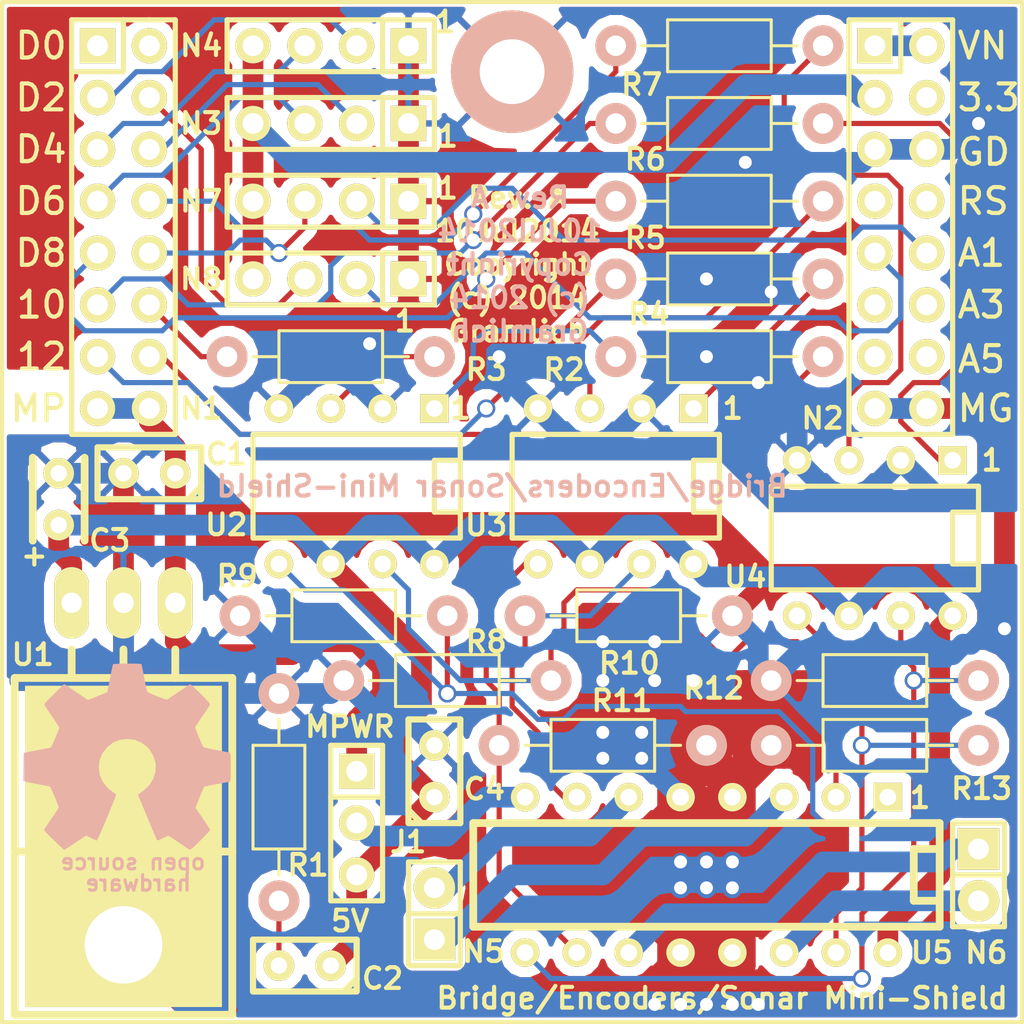
<source format=kicad_pcb>
(kicad_pcb (version 3) (host pcbnew "(2014-jan-25)-product")
  (layers (15 F.Cu signal) (0 B.Cu signal) (18 B.Paste user) (19 F.Paste user) (20 B.SilkS user) (21 F.SilkS user) (22 B.Mask user) (23 F.Mask user) (28 Edge.Cuts user))
  (net 0 "")
  (net 1 /MPWR)
  (net 2 /VIN)
  (net 3 /MGND)
  (net 4 /D2)
  (net 5 /D3)
  (net 6 /D4)
  (net 7 /D5)
  (net 8 /D6)
  (net 9 /D7)
  (net 10 /D8)
  (net 11 /D9)
  (net 12 /D10)
  (net 13 /D11)
  (net 14 /D12)
  (net 15 /D13)
  (net 16 /5V)
  (net 17 /A0)
  (net 18 /A1)
  (net 19 /M5V)
  (net 20 "Net-(C2-Pad2)")
  (net 21 GND)
  (net 22 /MOTOR_POWER)
  (net 23 "Net-(R2-Pad2)")
  (net 24 "Net-(R3-Pad2)")
  (net 25 "Net-(R4-Pad2)")
  (net 26 "Net-(R5-Pad2)")
  (net 27 "Net-(R6-Pad2)")
  (net 28 "Net-(R7-Pad2)")
  (net 29 "Net-(R8-Pad2)")
  (net 30 "Net-(R9-Pad2)")
  (net 31 "Net-(R10-Pad2)")
  (net 32 "Net-(R11-Pad2)")
  (net 33 "Net-(R12-Pad2)")
  (net 34 "Net-(R13-Pad2)")
  (net 35 /M1+)
  (net 36 /M1-)
  (net 37 /M2+)
  (net 38 /M2-)
  (module Mini_Bridge_Encoders_Sonar_Rev_B:Capacitor3MMDiscRM2.5 (layer F.Cu) (at 83.82 126.365 180)
    (fp_text reference C1 (at -3.7719 0.9398 180) (layer F.SilkS) (effects (font (size 1.016 1.016) (thickness 0.2032))))
    (fp_text value 22uF hide)
    (pad 1 thru_hole circle (at -1.27 0 180) (size 1.50114 1.50114) (drill 0.8001) (layers *.Cu *.Mask F.SilkS) (net 1 /MPWR))
    (pad 2 thru_hole circle (at 1.27 0 180) (size 1.50114 1.50114) (drill 0.8001) (layers *.Cu *.Mask F.SilkS) (net 3 /MGND))
  )
  (module Mini_Bridge_Encoders_Sonar_Rev_B:Capacitor3MMDiscRM2.5 (layer F.Cu) (at 91.44 150.495 180)
    (fp_text reference C2 (at -3.81 -0.635 180) (layer F.SilkS) (effects (font (size 1.016 1.016) (thickness 0.2032))))
    (fp_text value .1uF hide)
    (pad 1 thru_hole circle (at -1.27 0 180) (size 1.50114 1.50114) (drill 0.8001) (layers *.Cu *.Mask F.SilkS) (net 19 /M5V))
    (pad 2 thru_hole circle (at 1.27 0 180) (size 1.50114 1.50114) (drill 0.8001) (layers *.Cu *.Mask F.SilkS) (net 20 "Net-(C2-Pad2)"))
  )
  (module Mini_Bridge_Encoders_Sonar_Rev_B:Capacitor4x3RM2-5_RevB (layer F.Cu) (at 79.375 127.635 90)
    (fp_text reference C3 (at -2.0193 2.5019 360) (layer F.SilkS) (effects (font (size 1.016 1.016) (thickness 0.2032))))
    (fp_text value 22uF hide)
    (pad 1 thru_hole circle (at -1.27 0 90) (size 1.50114 1.50114) (drill 0.8001) (layers *.Cu *.Mask F.SilkS) (net 19 /M5V))
    (pad 2 thru_hole circle (at 1.27 0 90) (size 1.50114 1.50114) (drill 0.8001) (layers *.Cu *.Mask F.SilkS) (net 3 /MGND))
  )
  (module Mini_Bridge_Encoders_Sonar_Rev_B:Capacitor3MMDiscRM2.5 (layer F.Cu) (at 97.79 140.97 90)
    (fp_text reference C4 (at -0.8763 2.4511 180) (layer F.SilkS) (effects (font (size 1.016 1.016) (thickness 0.2032))))
    (fp_text value .1uF hide)
    (pad 1 thru_hole circle (at -1.27 0 90) (size 1.50114 1.50114) (drill 0.8001) (layers *.Cu *.Mask F.SilkS) (net 19 /M5V))
    (pad 2 thru_hole circle (at 1.27 0 90) (size 1.50114 1.50114) (drill 0.8001) (layers *.Cu *.Mask F.SilkS) (net 3 /MGND))
  )
  (module Mini_Bridge_Encoders_Sonar_Rev_B:OSHW_LOGO_400mil (layer B.Cu) (at 82.7278 140.2588)
    (fp_text reference G1 hide)
    (fp_text value OSHW_LOGO hide)
  )
  (module Mini_Bridge_Encoders_Sonar_Rev_B:MountingHole_3mm (layer F.Cu) (at 101.6 106.68)
    (fp_text reference H1 (at 0 0) (layer F.SilkS) (effects (font (size 1.016 1.016) (thickness 0.2032))))
    (fp_text value 3MM_HOLE hide)
    (pad 1 thru_hole circle (at 0 0) (size 6 6) (drill 3.175) (layers *.Cu *.SilkS *.Mask) (net 21 GND))
  )
  (module Mini_Bridge_Encoders_Sonar_Rev_B:Pin_Header_Straight_1x03 (layer F.Cu) (at 93.98 143.51 270)
    (fp_text reference J1 (at 0.9271 -2.5273 360) (layer F.SilkS) (effects (font (size 1.016 1.016) (thickness 0.2032))))
    (fp_text value POWER_SELECT hide)
    (pad 1 thru_hole rect (at -2.54 0 270) (size 1.7272 1.7272) (drill 1.016) (layers *.Cu *.Mask F.SilkS) (net 1 /MPWR))
    (pad 2 thru_hole circle (at 0 0 270) (size 1.7272 1.7272) (drill 1.016) (layers *.Cu *.Mask F.SilkS) (net 22 /MOTOR_POWER))
    (pad 3 thru_hole circle (at 2.54 0 270) (size 1.7272 1.7272) (drill 1.016) (layers *.Cu *.Mask F.SilkS) (net 19 /M5V))
  )
  (module Mini_Bridge_Encoders_Sonar_Rev_B:Pin_Header_Straight_2x08 (layer F.Cu) (at 82.55 114.3 270)
    (fp_text reference N1 (at 8.89 -3.81 360) (layer F.SilkS) (effects (font (size 1.016 1.016) (thickness 0.2032))))
    (fp_text value MS_DATA_HEADER hide)
    (pad 1 thru_hole rect (at -8.89 1.27 270) (size 1.7272 1.7272) (drill 1.016) (layers *.Cu *.Mask F.SilkS))
    (pad 2 thru_hole oval (at -8.89 -1.27 270) (size 1.7272 1.7272) (drill 1.016) (layers *.Cu *.Mask F.SilkS))
    (pad 3 thru_hole oval (at -6.35 1.27 270) (size 1.7272 1.7272) (drill 1.016) (layers *.Cu *.Mask F.SilkS) (net 4 /D2))
    (pad 4 thru_hole oval (at -6.35 -1.27 270) (size 1.7272 1.7272) (drill 1.016) (layers *.Cu *.Mask F.SilkS) (net 5 /D3))
    (pad 5 thru_hole oval (at -3.81 1.27 270) (size 1.7272 1.7272) (drill 1.016) (layers *.Cu *.Mask F.SilkS) (net 6 /D4))
    (pad 6 thru_hole oval (at -3.81 -1.27 270) (size 1.7272 1.7272) (drill 1.016) (layers *.Cu *.Mask F.SilkS) (net 7 /D5))
    (pad 7 thru_hole oval (at -1.27 1.27 270) (size 1.7272 1.7272) (drill 1.016) (layers *.Cu *.Mask F.SilkS) (net 8 /D6))
    (pad 8 thru_hole oval (at -1.27 -1.27 270) (size 1.7272 1.7272) (drill 1.016) (layers *.Cu *.Mask F.SilkS) (net 9 /D7))
    (pad 9 thru_hole oval (at 1.27 1.27 270) (size 1.7272 1.7272) (drill 1.016) (layers *.Cu *.Mask F.SilkS) (net 10 /D8))
    (pad 10 thru_hole oval (at 1.27 -1.27 270) (size 1.7272 1.7272) (drill 1.016) (layers *.Cu *.Mask F.SilkS) (net 11 /D9))
    (pad 11 thru_hole oval (at 3.81 1.27 270) (size 1.7272 1.7272) (drill 1.016) (layers *.Cu *.Mask F.SilkS) (net 12 /D10))
    (pad 12 thru_hole oval (at 3.81 -1.27 270) (size 1.7272 1.7272) (drill 1.016) (layers *.Cu *.Mask F.SilkS) (net 13 /D11))
    (pad 13 thru_hole oval (at 6.35 1.27 270) (size 1.7272 1.7272) (drill 1.016) (layers *.Cu *.Mask F.SilkS) (net 14 /D12))
    (pad 14 thru_hole oval (at 6.35 -1.27 270) (size 1.7272 1.7272) (drill 1.016) (layers *.Cu *.Mask F.SilkS) (net 15 /D13))
    (pad 15 thru_hole oval (at 8.89 1.27 270) (size 1.7272 1.7272) (drill 1.016) (layers *.Cu *.Mask F.SilkS) (net 1 /MPWR))
    (pad 16 thru_hole oval (at 8.89 -1.27 270) (size 1.7272 1.7272) (drill 1.016) (layers *.Cu *.Mask F.SilkS) (net 1 /MPWR))
  )
  (module Mini_Bridge_Encoders_Sonar_Rev_B:Pin_Header_Straight_2x08 (layer F.Cu) (at 120.65 114.3 270)
    (fp_text reference N2 (at 9.3726 3.8354 360) (layer F.SilkS) (effects (font (size 1.016 1.016) (thickness 0.2032))))
    (fp_text value MS_PWR_HEADER hide)
    (pad 1 thru_hole rect (at -8.89 1.27 270) (size 1.7272 1.7272) (drill 1.016) (layers *.Cu *.Mask F.SilkS) (net 2 /VIN))
    (pad 2 thru_hole oval (at -8.89 -1.27 270) (size 1.7272 1.7272) (drill 1.016) (layers *.Cu *.Mask F.SilkS) (net 2 /VIN))
    (pad 3 thru_hole oval (at -6.35 1.27 270) (size 1.7272 1.7272) (drill 1.016) (layers *.Cu *.Mask F.SilkS) (net 16 /5V))
    (pad 4 thru_hole oval (at -6.35 -1.27 270) (size 1.7272 1.7272) (drill 1.016) (layers *.Cu *.Mask F.SilkS))
    (pad 5 thru_hole oval (at -3.81 1.27 270) (size 1.7272 1.7272) (drill 1.016) (layers *.Cu *.Mask F.SilkS) (net 21 GND))
    (pad 6 thru_hole oval (at -3.81 -1.27 270) (size 1.7272 1.7272) (drill 1.016) (layers *.Cu *.Mask F.SilkS) (net 21 GND))
    (pad 7 thru_hole oval (at -1.27 1.27 270) (size 1.7272 1.7272) (drill 1.016) (layers *.Cu *.Mask F.SilkS))
    (pad 8 thru_hole oval (at -1.27 -1.27 270) (size 1.7272 1.7272) (drill 1.016) (layers *.Cu *.Mask F.SilkS))
    (pad 9 thru_hole oval (at 1.27 1.27 270) (size 1.7272 1.7272) (drill 1.016) (layers *.Cu *.Mask F.SilkS) (net 17 /A0))
    (pad 10 thru_hole oval (at 1.27 -1.27 270) (size 1.7272 1.7272) (drill 1.016) (layers *.Cu *.Mask F.SilkS) (net 18 /A1))
    (pad 11 thru_hole oval (at 3.81 1.27 270) (size 1.7272 1.7272) (drill 1.016) (layers *.Cu *.Mask F.SilkS))
    (pad 12 thru_hole oval (at 3.81 -1.27 270) (size 1.7272 1.7272) (drill 1.016) (layers *.Cu *.Mask F.SilkS))
    (pad 13 thru_hole oval (at 6.35 1.27 270) (size 1.7272 1.7272) (drill 1.016) (layers *.Cu *.Mask F.SilkS))
    (pad 14 thru_hole oval (at 6.35 -1.27 270) (size 1.7272 1.7272) (drill 1.016) (layers *.Cu *.Mask F.SilkS))
    (pad 15 thru_hole oval (at 8.89 1.27 270) (size 1.7272 1.7272) (drill 1.016) (layers *.Cu *.Mask F.SilkS) (net 3 /MGND))
    (pad 16 thru_hole oval (at 8.89 -1.27 270) (size 1.7272 1.7272) (drill 1.016) (layers *.Cu *.Mask F.SilkS) (net 3 /MGND))
  )
  (module Mini_Bridge_Encoders_Sonar_Rev_B:Pin_Header_Straight_1x04 (layer F.Cu) (at 92.71 109.22 180)
    (fp_text reference N3 (at 6.35 0 180) (layer F.SilkS) (effects (font (size 1.016 1.016) (thickness 0.2032))))
    (fp_text value ENCODER_CONNECTOR hide)
    (pad 1 thru_hole rect (at -3.81 0 180) (size 1.7272 1.7272) (drill 1.016) (layers *.Cu *.Mask F.SilkS) (net 21 GND))
    (pad 2 thru_hole oval (at -1.27 0 180) (size 1.7272 1.7272) (drill 1.016) (layers *.Cu *.Mask F.SilkS) (net 7 /D5))
    (pad 3 thru_hole oval (at 1.27 0 180) (size 1.7272 1.7272) (drill 1.016) (layers *.Cu *.Mask F.SilkS) (net 8 /D6))
    (pad 4 thru_hole oval (at 3.81 0 180) (size 1.7272 1.7272) (drill 1.016) (layers *.Cu *.Mask F.SilkS) (net 16 /5V))
  )
  (module Mini_Bridge_Encoders_Sonar_Rev_B:Pin_Header_Straight_1x04 (layer F.Cu) (at 92.71 105.41 180)
    (fp_text reference N4 (at 6.35 0 180) (layer F.SilkS) (effects (font (size 1.016 1.016) (thickness 0.2032))))
    (fp_text value ENCODER_CONNECTOR hide)
    (pad 1 thru_hole rect (at -3.81 0 180) (size 1.7272 1.7272) (drill 1.016) (layers *.Cu *.Mask F.SilkS) (net 21 GND))
    (pad 2 thru_hole oval (at -1.27 0 180) (size 1.7272 1.7272) (drill 1.016) (layers *.Cu *.Mask F.SilkS) (net 4 /D2))
    (pad 3 thru_hole oval (at 1.27 0 180) (size 1.7272 1.7272) (drill 1.016) (layers *.Cu *.Mask F.SilkS) (net 6 /D4))
    (pad 4 thru_hole oval (at 3.81 0 180) (size 1.7272 1.7272) (drill 1.016) (layers *.Cu *.Mask F.SilkS) (net 16 /5V))
  )
  (module Mini_Bridge_Encoders_Sonar_Rev_B:Pin_Header_Straight_1x02 (layer F.Cu) (at 97.79 147.955 90)
    (fp_text reference N5 (at -1.8542 2.413 180) (layer F.SilkS) (effects (font (size 1.016 1.016) (thickness 0.2032))))
    (fp_text value MOTOR_CONNECTOR hide)
    (pad 1 thru_hole rect (at -1.27 0 90) (size 2.032 2.032) (drill 1.016) (layers *.Cu *.Mask F.SilkS) (net 35 /M1+))
    (pad 2 thru_hole oval (at 1.27 0 90) (size 2.032 2.032) (drill 1.016) (layers *.Cu *.Mask F.SilkS) (net 36 /M1-))
  )
  (module Mini_Bridge_Encoders_Sonar_Rev_B:Pin_Header_Straight_1x02 (layer F.Cu) (at 124.46 146.05 270)
    (fp_text reference N6 (at 3.81 -0.381 360) (layer F.SilkS) (effects (font (size 1.016 1.016) (thickness 0.2032))))
    (fp_text value MOTOR_CONNECTOR hide)
    (pad 1 thru_hole rect (at -1.27 0 270) (size 2.032 2.032) (drill 1.016) (layers *.Cu *.Mask F.SilkS) (net 37 /M2+))
    (pad 2 thru_hole oval (at 1.27 0 270) (size 2.032 2.032) (drill 1.016) (layers *.Cu *.Mask F.SilkS) (net 38 /M2-))
  )
  (module Mini_Bridge_Encoders_Sonar_Rev_B:Pin_Header_Straight_1x04 (layer F.Cu) (at 92.71 113.03 180)
    (fp_text reference N7 (at 6.35 0 180) (layer F.SilkS) (effects (font (size 1.016 1.016) (thickness 0.2032))))
    (fp_text value HC_SR04_CONNECTOR hide)
    (pad 1 thru_hole rect (at -3.81 0 180) (size 1.7272 1.7272) (drill 1.016) (layers *.Cu *.Mask F.SilkS) (net 21 GND))
    (pad 2 thru_hole oval (at -1.27 0 180) (size 1.7272 1.7272) (drill 1.016) (layers *.Cu *.Mask F.SilkS) (net 18 /A1))
    (pad 3 thru_hole oval (at 1.27 0 180) (size 1.7272 1.7272) (drill 1.016) (layers *.Cu *.Mask F.SilkS) (net 11 /D9))
    (pad 4 thru_hole oval (at 3.81 0 180) (size 1.7272 1.7272) (drill 1.016) (layers *.Cu *.Mask F.SilkS) (net 16 /5V))
  )
  (module Mini_Bridge_Encoders_Sonar_Rev_B:Pin_Header_Straight_1x04 (layer F.Cu) (at 92.71 116.84 180)
    (fp_text reference N8 (at 6.35 0 180) (layer F.SilkS) (effects (font (size 1.016 1.016) (thickness 0.2032))))
    (fp_text value HC_SR04_CONNECTOR hide)
    (pad 1 thru_hole rect (at -3.81 0 180) (size 1.7272 1.7272) (drill 1.016) (layers *.Cu *.Mask F.SilkS) (net 21 GND))
    (pad 2 thru_hole oval (at -1.27 0 180) (size 1.7272 1.7272) (drill 1.016) (layers *.Cu *.Mask F.SilkS) (net 17 /A0))
    (pad 3 thru_hole oval (at 1.27 0 180) (size 1.7272 1.7272) (drill 1.016) (layers *.Cu *.Mask F.SilkS) (net 5 /D3))
    (pad 4 thru_hole oval (at 3.81 0 180) (size 1.7272 1.7272) (drill 1.016) (layers *.Cu *.Mask F.SilkS) (net 16 /5V))
  )
  (module Mini_Bridge_Encoders_Sonar_Rev_B:DIP-16__300 (layer F.Cu) (at 111.125 146.05 180)
    (fp_text reference U5 (at -11.049 -3.81 360) (layer F.SilkS) (effects (font (size 1.016 1.016) (thickness 0.2032))))
    (fp_text value 754410 hide)
    (pad 1 thru_hole rect (at -8.89 3.81 180) (size 1.397 1.397) (drill 0.8128) (layers *.Cu *.Mask F.SilkS) (net 30 "Net-(R9-Pad2)"))
    (pad 2 thru_hole circle (at -6.35 3.81 180) (size 1.397 1.397) (drill 0.8128) (layers *.Cu *.Mask F.SilkS) (net 29 "Net-(R8-Pad2)"))
    (pad 3 thru_hole circle (at -3.81 3.81 180) (size 1.397 1.397) (drill 0.8128) (layers *.Cu *.Mask F.SilkS) (net 35 /M1+))
    (pad 4 thru_hole circle (at -1.27 3.81 180) (size 1.397 1.397) (drill 0.8128) (layers *.Cu *.Mask F.SilkS) (net 3 /MGND))
    (pad 5 thru_hole circle (at 1.27 3.81 180) (size 1.397 1.397) (drill 0.8128) (layers *.Cu *.Mask F.SilkS) (net 3 /MGND))
    (pad 6 thru_hole circle (at 3.81 3.81 180) (size 1.397 1.397) (drill 0.8128) (layers *.Cu *.Mask F.SilkS) (net 36 /M1-))
    (pad 7 thru_hole circle (at 6.35 3.81 180) (size 1.397 1.397) (drill 0.8128) (layers *.Cu *.Mask F.SilkS) (net 31 "Net-(R10-Pad2)"))
    (pad 8 thru_hole circle (at 8.89 3.81 180) (size 1.397 1.397) (drill 0.8128) (layers *.Cu *.Mask F.SilkS) (net 22 /MOTOR_POWER))
    (pad 9 thru_hole circle (at 8.89 -3.81 180) (size 1.397 1.397) (drill 0.8128) (layers *.Cu *.Mask F.SilkS) (net 33 "Net-(R12-Pad2)"))
    (pad 10 thru_hole circle (at 6.35 -3.81 180) (size 1.397 1.397) (drill 0.8128) (layers *.Cu *.Mask F.SilkS) (net 32 "Net-(R11-Pad2)"))
    (pad 11 thru_hole circle (at 3.81 -3.81 180) (size 1.397 1.397) (drill 0.8128) (layers *.Cu *.Mask F.SilkS) (net 37 /M2+))
    (pad 12 thru_hole circle (at 1.27 -3.81 180) (size 1.397 1.397) (drill 0.8128) (layers *.Cu *.Mask F.SilkS) (net 3 /MGND))
    (pad 13 thru_hole circle (at -1.27 -3.81 180) (size 1.397 1.397) (drill 0.8128) (layers *.Cu *.Mask F.SilkS) (net 3 /MGND))
    (pad 14 thru_hole circle (at -3.81 -3.81 180) (size 1.397 1.397) (drill 0.8128) (layers *.Cu *.Mask F.SilkS) (net 38 /M2-))
    (pad 15 thru_hole circle (at -6.35 -3.81 180) (size 1.397 1.397) (drill 0.8128) (layers *.Cu *.Mask F.SilkS) (net 34 "Net-(R13-Pad2)"))
    (pad 16 thru_hole circle (at -8.89 -3.81 180) (size 1.397 1.397) (drill 0.8128) (layers *.Cu *.Mask F.SilkS) (net 19 /M5V))
  )
  (module Mini_Bridge_Encoders_Sonar_Rev_B:Resistor_Horizontal_400 (layer F.Cu) (at 90.17 142.24 270)
    (fp_text reference R1 (at 3.3401 -1.4224 360) (layer F.SilkS) (effects (font (size 1.016 1.016) (thickness 0.2032))))
    (fp_text value .47 hide)
    (pad 1 thru_hole circle (at -5.08 0 270) (size 1.99898 1.99898) (drill 1.00076) (layers *.Cu *.SilkS *.Mask) (net 3 /MGND))
    (pad 2 thru_hole circle (at 5.08 0 270) (size 1.99898 1.99898) (drill 1.00076) (layers *.Cu *.SilkS *.Mask) (net 20 "Net-(C2-Pad2)"))
  )
  (module Mini_Bridge_Encoders_Sonar_Rev_B:Resistor_Horizontal_400 (layer F.Cu) (at 111.76 120.65 180)
    (fp_text reference R2 (at 7.62 -0.635 180) (layer F.SilkS) (effects (font (size 1.016 1.016) (thickness 0.2032))))
    (fp_text value 470 hide)
    (pad 1 thru_hole circle (at -5.08 0 180) (size 1.99898 1.99898) (drill 1.00076) (layers *.Cu *.SilkS *.Mask) (net 15 /D13))
    (pad 2 thru_hole circle (at 5.08 0 180) (size 1.99898 1.99898) (drill 1.00076) (layers *.Cu *.SilkS *.Mask) (net 23 "Net-(R2-Pad2)"))
  )
  (module Mini_Bridge_Encoders_Sonar_Rev_B:Resistor_Horizontal_400 (layer F.Cu) (at 92.71 120.65)
    (fp_text reference R3 (at 7.62 0.635) (layer F.SilkS) (effects (font (size 1.016 1.016) (thickness 0.2032))))
    (fp_text value 470 hide)
    (pad 1 thru_hole circle (at -5.08 0) (size 1.99898 1.99898) (drill 1.00076) (layers *.Cu *.SilkS *.Mask) (net 13 /D11))
    (pad 2 thru_hole circle (at 5.08 0) (size 1.99898 1.99898) (drill 1.00076) (layers *.Cu *.SilkS *.Mask) (net 24 "Net-(R3-Pad2)"))
  )
  (module Mini_Bridge_Encoders_Sonar_Rev_B:Resistor_Horizontal_400 (layer F.Cu) (at 111.76 116.84)
    (fp_text reference R4 (at -3.4544 1.7272) (layer F.SilkS) (effects (font (size 1.016 1.016) (thickness 0.2032))))
    (fp_text value 470 hide)
    (pad 1 thru_hole circle (at -5.08 0) (size 1.99898 1.99898) (drill 1.00076) (layers *.Cu *.SilkS *.Mask) (net 14 /D12))
    (pad 2 thru_hole circle (at 5.08 0) (size 1.99898 1.99898) (drill 1.00076) (layers *.Cu *.SilkS *.Mask) (net 25 "Net-(R4-Pad2)"))
  )
  (module Mini_Bridge_Encoders_Sonar_Rev_B:Resistor_Horizontal_400 (layer F.Cu) (at 111.76 113.03)
    (fp_text reference R5 (at -3.6322 1.8034) (layer F.SilkS) (effects (font (size 1.016 1.016) (thickness 0.2032))))
    (fp_text value 470 hide)
    (pad 1 thru_hole circle (at -5.08 0) (size 1.99898 1.99898) (drill 1.00076) (layers *.Cu *.SilkS *.Mask) (net 10 /D8))
    (pad 2 thru_hole circle (at 5.08 0) (size 1.99898 1.99898) (drill 1.00076) (layers *.Cu *.SilkS *.Mask) (net 26 "Net-(R5-Pad2)"))
  )
  (module Mini_Bridge_Encoders_Sonar_Rev_B:Resistor_Horizontal_400 (layer F.Cu) (at 111.76 109.22)
    (fp_text reference R6 (at -3.6322 1.75768) (layer F.SilkS) (effects (font (size 1.016 1.016) (thickness 0.2032))))
    (fp_text value 470 hide)
    (pad 1 thru_hole circle (at -5.08 0) (size 1.99898 1.99898) (drill 1.00076) (layers *.Cu *.SilkS *.Mask) (net 12 /D10))
    (pad 2 thru_hole circle (at 5.08 0) (size 1.99898 1.99898) (drill 1.00076) (layers *.Cu *.SilkS *.Mask) (net 27 "Net-(R6-Pad2)"))
  )
  (module Mini_Bridge_Encoders_Sonar_Rev_B:Resistor_Horizontal_400 (layer F.Cu) (at 111.76 105.41)
    (fp_text reference R7 (at -3.81 1.905) (layer F.SilkS) (effects (font (size 1.016 1.016) (thickness 0.2032))))
    (fp_text value 470 hide)
    (pad 1 thru_hole circle (at -5.08 0) (size 1.99898 1.99898) (drill 1.00076) (layers *.Cu *.SilkS *.Mask) (net 9 /D7))
    (pad 2 thru_hole circle (at 5.08 0) (size 1.99898 1.99898) (drill 1.00076) (layers *.Cu *.SilkS *.Mask) (net 28 "Net-(R7-Pad2)"))
  )
  (module Mini_Bridge_Encoders_Sonar_Rev_B:Resistor_Horizontal_400 (layer F.Cu) (at 98.425 136.525)
    (fp_text reference R8 (at 1.905 -1.905) (layer F.SilkS) (effects (font (size 1.016 1.016) (thickness 0.2032))))
    (fp_text value 10K hide)
    (pad 1 thru_hole circle (at -5.08 0) (size 1.99898 1.99898) (drill 1.00076) (layers *.Cu *.SilkS *.Mask) (net 3 /MGND))
    (pad 2 thru_hole circle (at 5.08 0) (size 1.99898 1.99898) (drill 1.00076) (layers *.Cu *.SilkS *.Mask) (net 29 "Net-(R8-Pad2)"))
  )
  (module Mini_Bridge_Encoders_Sonar_Rev_B:Resistor_Horizontal_400 (layer F.Cu) (at 93.345 133.35)
    (fp_text reference R9 (at -5.2197 -1.9431) (layer F.SilkS) (effects (font (size 1.016 1.016) (thickness 0.2032))))
    (fp_text value 10K hide)
    (pad 1 thru_hole circle (at -5.08 0) (size 1.99898 1.99898) (drill 1.00076) (layers *.Cu *.SilkS *.Mask) (net 3 /MGND))
    (pad 2 thru_hole circle (at 5.08 0) (size 1.99898 1.99898) (drill 1.00076) (layers *.Cu *.SilkS *.Mask) (net 30 "Net-(R9-Pad2)"))
  )
  (module Mini_Bridge_Encoders_Sonar_Rev_B:Resistor_Horizontal_400 (layer F.Cu) (at 107.315 133.35 180)
    (fp_text reference R10 (at -0.03 -2.33 180) (layer F.SilkS) (effects (font (size 1.016 1.016) (thickness 0.2032))))
    (fp_text value 10K hide)
    (pad 1 thru_hole circle (at -5.08 0 180) (size 1.99898 1.99898) (drill 1.00076) (layers *.Cu *.SilkS *.Mask) (net 3 /MGND))
    (pad 2 thru_hole circle (at 5.08 0 180) (size 1.99898 1.99898) (drill 1.00076) (layers *.Cu *.SilkS *.Mask) (net 31 "Net-(R10-Pad2)"))
  )
  (module Mini_Bridge_Encoders_Sonar_Rev_B:Resistor_Horizontal_400 (layer F.Cu) (at 106.045 139.7 180)
    (fp_text reference R11 (at -0.9398 2.1844 180) (layer F.SilkS) (effects (font (size 1.016 1.016) (thickness 0.2032))))
    (fp_text value 10K hide)
    (pad 1 thru_hole circle (at -5.08 0 180) (size 1.99898 1.99898) (drill 1.00076) (layers *.Cu *.SilkS *.Mask) (net 3 /MGND))
    (pad 2 thru_hole circle (at 5.08 0 180) (size 1.99898 1.99898) (drill 1.00076) (layers *.Cu *.SilkS *.Mask) (net 32 "Net-(R11-Pad2)"))
  )
  (module Mini_Bridge_Encoders_Sonar_Rev_B:Resistor_Horizontal_400 (layer F.Cu) (at 119.38 136.525)
    (fp_text reference R12 (at -7.8994 0.381) (layer F.SilkS) (effects (font (size 1.016 1.016) (thickness 0.2032))))
    (fp_text value 10K hide)
    (pad 1 thru_hole circle (at -5.08 0) (size 1.99898 1.99898) (drill 1.00076) (layers *.Cu *.SilkS *.Mask) (net 3 /MGND))
    (pad 2 thru_hole circle (at 5.08 0) (size 1.99898 1.99898) (drill 1.00076) (layers *.Cu *.SilkS *.Mask) (net 33 "Net-(R12-Pad2)"))
  )
  (module Mini_Bridge_Encoders_Sonar_Rev_B:Resistor_Horizontal_400 (layer F.Cu) (at 119.38 139.7)
    (fp_text reference R13 (at 5.2324 2.12344) (layer F.SilkS) (effects (font (size 1.016 1.016) (thickness 0.2032))))
    (fp_text value 10K hide)
    (pad 1 thru_hole circle (at -5.08 0) (size 1.99898 1.99898) (drill 1.00076) (layers *.Cu *.SilkS *.Mask) (net 3 /MGND))
    (pad 2 thru_hole circle (at 5.08 0) (size 1.99898 1.99898) (drill 1.00076) (layers *.Cu *.SilkS *.Mask) (net 34 "Net-(R13-Pad2)"))
  )
  (module Mini_Bridge_Encoders_Sonar_Rev_B:TO-220_Neutral123_Horizontal_LargePads (layer F.Cu) (at 82.55 132.715 180)
    (fp_text reference U1 (at 4.445 -2.54 360) (layer F.SilkS) (effects (font (size 1.016 1.016) (thickness 0.2032))))
    (fp_text value LM2940 hide)
    (pad 2 thru_hole oval (at 0 0 270) (size 3.50012 1.69926) (drill 1.00076) (layers *.Cu *.Mask F.SilkS) (net 3 /MGND))
    (pad 1 thru_hole oval (at -2.54 0 270) (size 3.50012 1.69926) (drill 1.00076) (layers *.Cu *.Mask F.SilkS) (net 1 /MPWR))
    (pad 3 thru_hole oval (at 2.54 0 270) (size 3.50012 1.69926) (drill 1.00076) (layers *.Cu *.Mask F.SilkS) (net 19 /M5V))
    (pad 2 thru_hole rect (at 0 -16.764 270) (size 15.748 9.652) (drill 3.79984 (offset -4.826 0)) (layers *.Cu F.SilkS F.Mask) (net 3 /MGND))
  )
  (module Mini_Bridge_Encoders_Sonar_Rev_B:DIP-8__300 (layer F.Cu) (at 119.38 129.54 180)
    (fp_text reference U4 (at 6.35 -1.905 180) (layer F.SilkS) (effects (font (size 1.016 1.016) (thickness 0.2032))))
    (fp_text value LTV-826 hide)
    (pad 1 thru_hole rect (at -3.81 3.81 180) (size 1.397 1.397) (drill 0.8128) (layers *.Cu *.Mask F.SilkS) (net 27 "Net-(R6-Pad2)"))
    (pad 2 thru_hole circle (at -1.27 3.81 180) (size 1.397 1.397) (drill 0.8128) (layers *.Cu *.Mask F.SilkS) (net 21 GND))
    (pad 3 thru_hole circle (at 1.27 3.81 180) (size 1.397 1.397) (drill 0.8128) (layers *.Cu *.Mask F.SilkS) (net 28 "Net-(R7-Pad2)"))
    (pad 4 thru_hole circle (at 3.81 3.81 180) (size 1.397 1.397) (drill 0.8128) (layers *.Cu *.Mask F.SilkS) (net 21 GND))
    (pad 5 thru_hole circle (at 3.81 -3.81 180) (size 1.397 1.397) (drill 0.8128) (layers *.Cu *.Mask F.SilkS) (net 34 "Net-(R13-Pad2)"))
    (pad 6 thru_hole circle (at 1.27 -3.81 180) (size 1.397 1.397) (drill 0.8128) (layers *.Cu *.Mask F.SilkS) (net 19 /M5V))
    (pad 7 thru_hole circle (at -1.27 -3.81 180) (size 1.397 1.397) (drill 0.8128) (layers *.Cu *.Mask F.SilkS) (net 33 "Net-(R12-Pad2)"))
    (pad 8 thru_hole circle (at -3.81 -3.81 180) (size 1.397 1.397) (drill 0.8128) (layers *.Cu *.Mask F.SilkS) (net 19 /M5V))
  )
  (module Mini_Bridge_Encoders_Sonar_Rev_B:DIP-8__300 (layer F.Cu) (at 106.68 127 180)
    (fp_text reference U3 (at 6.35 -1.905 180) (layer F.SilkS) (effects (font (size 1.016 1.016) (thickness 0.2032))))
    (fp_text value LTV-826 hide)
    (pad 1 thru_hole rect (at -3.81 3.81 180) (size 1.397 1.397) (drill 0.8128) (layers *.Cu *.Mask F.SilkS) (net 25 "Net-(R4-Pad2)"))
    (pad 2 thru_hole circle (at -1.27 3.81 180) (size 1.397 1.397) (drill 0.8128) (layers *.Cu *.Mask F.SilkS) (net 21 GND))
    (pad 3 thru_hole circle (at 1.27 3.81 180) (size 1.397 1.397) (drill 0.8128) (layers *.Cu *.Mask F.SilkS) (net 26 "Net-(R5-Pad2)"))
    (pad 4 thru_hole circle (at 3.81 3.81 180) (size 1.397 1.397) (drill 0.8128) (layers *.Cu *.Mask F.SilkS) (net 21 GND))
    (pad 5 thru_hole circle (at 3.81 -3.81 180) (size 1.397 1.397) (drill 0.8128) (layers *.Cu *.Mask F.SilkS) (net 32 "Net-(R11-Pad2)"))
    (pad 6 thru_hole circle (at 1.27 -3.81 180) (size 1.397 1.397) (drill 0.8128) (layers *.Cu *.Mask F.SilkS) (net 19 /M5V))
    (pad 7 thru_hole circle (at -1.27 -3.81 180) (size 1.397 1.397) (drill 0.8128) (layers *.Cu *.Mask F.SilkS) (net 31 "Net-(R10-Pad2)"))
    (pad 8 thru_hole circle (at -3.81 -3.81 180) (size 1.397 1.397) (drill 0.8128) (layers *.Cu *.Mask F.SilkS) (net 19 /M5V))
  )
  (module Mini_Bridge_Encoders_Sonar_Rev_B:DIP-8__300 (layer F.Cu) (at 93.98 127 180)
    (fp_text reference U2 (at 6.3881 -1.8923 180) (layer F.SilkS) (effects (font (size 1.016 1.016) (thickness 0.2032))))
    (fp_text value LTV-826 hide)
    (pad 1 thru_hole rect (at -3.81 3.81 180) (size 1.397 1.397) (drill 0.8128) (layers *.Cu *.Mask F.SilkS) (net 23 "Net-(R2-Pad2)"))
    (pad 2 thru_hole circle (at -1.27 3.81 180) (size 1.397 1.397) (drill 0.8128) (layers *.Cu *.Mask F.SilkS) (net 21 GND))
    (pad 3 thru_hole circle (at 1.27 3.81 180) (size 1.397 1.397) (drill 0.8128) (layers *.Cu *.Mask F.SilkS) (net 24 "Net-(R3-Pad2)"))
    (pad 4 thru_hole circle (at 3.81 3.81 180) (size 1.397 1.397) (drill 0.8128) (layers *.Cu *.Mask F.SilkS) (net 21 GND))
    (pad 5 thru_hole circle (at 3.81 -3.81 180) (size 1.397 1.397) (drill 0.8128) (layers *.Cu *.Mask F.SilkS) (net 30 "Net-(R9-Pad2)"))
    (pad 6 thru_hole circle (at 1.27 -3.81 180) (size 1.397 1.397) (drill 0.8128) (layers *.Cu *.Mask F.SilkS) (net 19 /M5V))
    (pad 7 thru_hole circle (at -1.27 -3.81 180) (size 1.397 1.397) (drill 0.8128) (layers *.Cu *.Mask F.SilkS) (net 29 "Net-(R8-Pad2)"))
    (pad 8 thru_hole circle (at -3.81 -3.81 180) (size 1.397 1.397) (drill 0.8128) (layers *.Cu *.Mask F.SilkS) (net 19 /M5V))
  )
  (gr_text + (at 78.9432 130.3782) (layer F.SilkS) (effects (font (size 1.016 1.016) (thickness 0.2032)) (justify right)))
  (gr_text MPWR (at 95.9612 138.7856) (layer F.SilkS) (effects (font (size 1.016 1.016) (thickness 0.2032)) (justify right)))
  (gr_text 5V (at 94.7166 148.3106) (layer F.SilkS) (effects (font (size 1.016 1.016) (thickness 0.2032)) (justify right)))
  (gr_text 1 (at 98.933 104.2416) (layer F.SilkS) (effects (font (size 1.016 1.016) (thickness 0.2032)) (justify right)))
  (gr_text 1 (at 96.9645 118.9101) (layer F.SilkS) (effects (font (size 1.016 1.016) (thickness 0.2032)) (justify right)))
  (gr_text 1 (at 99.06 112.395) (layer F.SilkS) (effects (font (size 1.016 1.016) (thickness 0.2032)) (justify right)))
  (gr_text 1 (at 99.06 109.855) (layer F.SilkS) (effects (font (size 1.016 1.016) (thickness 0.2032)) (justify right)))
  (gr_text 1 (at 99.695 123.19) (layer F.SilkS) (effects (font (size 1.016 1.016) (thickness 0.2032)) (justify right)))
  (gr_text 1 (at 113.03 123.19) (layer F.SilkS) (effects (font (size 1.016 1.016) (thickness 0.2032)) (justify right)))
  (gr_text 1 (at 125.73 125.73) (layer F.SilkS) (effects (font (size 1.016 1.016) (thickness 0.2032)) (justify right)))
  (gr_text 1 (at 122.20956 142.27048) (layer F.SilkS) (effects (font (size 1.016 1.016) (thickness 0.2032)) (justify right)))
  (gr_text "Bridge/Encoders/Sonar Mini-Shield" (at 86.995 127) (layer B.SilkS) (effects (font (size 1.016 1.016) (thickness 0.2032)) (justify right mirror)))
  (gr_text "Rev. A\n10Jul2014\nCopyright\n(c) 2014\nGramlich" (at 101.981 116.1288) (layer B.SilkS) (effects (font (size 1.016 1.016) (thickness 0.2032)) (justify mirror)))
  (gr_text "Rev. A\n10Jul2014\nCopyright\n(c) 2014\nGramlich" (at 101.854 116.1288) (layer F.SilkS) (effects (font (size 1.016 1.016) (thickness 0.2032))))
  (gr_text "Bridge/Encoders/Sonar Mini-Shield" (at 126.0094 152.0952) (layer F.SilkS) (effects (font (size 1.016 1.016) (thickness 0.2032)) (justify right)))
  (gr_text hardware (at 80.5942 146.4564) (layer B.SilkS) (effects (font (size 0.762 0.762) (thickness 0.1524)) (justify right mirror)))
  (gr_text "open source" (at 79.375 145.415) (layer B.SilkS) (effects (font (size 0.762 0.762) (thickness 0.1524)) (justify right mirror)))
  (gr_text A5 (at 123.317 120.777) (layer F.SilkS) (effects (font (size 1.27 1.27) (thickness 0.2032)) (justify left)))
  (gr_text A3 (at 123.317 118.11) (layer F.SilkS) (effects (font (size 1.27 1.27) (thickness 0.2032)) (justify left)))
  (gr_text A1 (at 123.317 115.57) (layer F.SilkS) (effects (font (size 1.27 1.27) (thickness 0.2032)) (justify left)))
  (gr_text RS (at 123.317 113.03) (layer F.SilkS) (effects (font (size 1.27 1.27) (thickness 0.2032)) (justify left)))
  (gr_text GD (at 123.317 110.617) (layer F.SilkS) (effects (font (size 1.27 1.27) (thickness 0.2032)) (justify left)))
  (gr_text 3.3 (at 123.317 107.95) (layer F.SilkS) (effects (font (size 1.27 1.27) (thickness 0.2032)) (justify left)))
  (gr_text VN (at 123.317 105.41) (layer F.SilkS) (effects (font (size 1.27 1.27) (thickness 0.2032)) (justify left)))
  (gr_text MG (at 123.317 123.19) (layer F.SilkS) (effects (font (size 1.27 1.27) (thickness 0.2032)) (justify left)))
  (gr_text MP (at 79.883 123.19) (layer F.SilkS) (effects (font (size 1.27 1.27) (thickness 0.2032)) (justify right)))
  (gr_text 12 (at 79.883 120.65) (layer F.SilkS) (effects (font (size 1.27 1.27) (thickness 0.2032)) (justify right)))
  (gr_text 10 (at 79.883 118.11) (layer F.SilkS) (effects (font (size 1.27 1.27) (thickness 0.2032)) (justify right)))
  (gr_text D8 (at 79.883 115.57) (layer F.SilkS) (effects (font (size 1.27 1.27) (thickness 0.2032)) (justify right)))
  (gr_text D6 (at 79.883 113.03) (layer F.SilkS) (effects (font (size 1.27 1.27) (thickness 0.2032)) (justify right)))
  (gr_text D4 (at 79.883 110.49) (layer F.SilkS) (effects (font (size 1.27 1.27) (thickness 0.2032)) (justify right)))
  (gr_text D2 (at 79.883 107.95) (layer F.SilkS) (effects (font (size 1.27 1.27) (thickness 0.2032)) (justify right)))
  (gr_text D0 (at 79.883 105.41) (layer F.SilkS) (effects (font (size 1.27 1.27) (thickness 0.2032)) (justify right)))
  (gr_line (start 126.600001 103.269999) (end 126.600001 153.270001) (angle 90) (layer F.SilkS) (width 0.2032))
  (gr_line (start 126.600001 153.270001) (end 76.599999 153.270001) (angle 90) (layer F.SilkS) (width 0.2032))
  (gr_line (start 76.599999 103.269999) (end 76.599999 153.270001) (angle 90) (layer F.SilkS) (width 0.2032))
  (gr_line (start 76.599999 103.269999) (end 126.600001 103.269999) (angle 90) (layer F.SilkS) (width 0.2032))
  (segment (start 83.82 123.19) (end 81.28 123.19) (width 1.016) (layer B.Cu) (net 1))
  (segment (start 85.09 125.095) (end 85.09 126.365) (width 1.016) (layer F.Cu) (net 1))
  (segment (start 83.82 123.825) (end 85.09 125.095) (width 1.016) (layer F.Cu) (net 1))
  (segment (start 83.82 123.19) (end 83.82 123.825) (width 1.016) (layer F.Cu) (net 1))
  (segment (start 85.09 134.62) (end 85.725 135.255) (width 1.016) (layer F.Cu) (net 1))
  (segment (start 85.725 135.255) (end 90.805 135.255) (width 1.016) (layer F.Cu) (net 1))
  (segment (start 90.805 135.255) (end 91.44 134.62) (width 1.016) (layer F.Cu) (net 1))
  (segment (start 91.44 134.62) (end 93.98 134.62) (width 1.016) (layer F.Cu) (net 1))
  (segment (start 93.98 134.62) (end 95.25 135.89) (width 1.016) (layer F.Cu) (net 1))
  (segment (start 95.25 135.89) (end 95.25 137.16) (width 1.016) (layer F.Cu) (net 1))
  (segment (start 95.25 137.16) (end 93.98 138.43) (width 1.016) (layer F.Cu) (net 1))
  (segment (start 93.98 138.43) (end 93.98 140.97) (width 1.016) (layer F.Cu) (net 1))
  (segment (start 85.09 132.715) (end 85.09 134.62) (width 1.016) (layer F.Cu) (net 1))
  (segment (start 85.09 132.715) (end 85.09 126.365) (width 1.016) (layer F.Cu) (net 1))
  (segment (start 121.92 105.41) (end 119.38 105.41) (width 1.016) (layer B.Cu) (net 2))
  (segment (start 112.395 152.4) (end 113.665 152.4) (width 1.016) (layer F.Cu) (net 3))
  (via (at 113.665 152.4) (size 0.889) (layers F.Cu B.Cu) (net 3))
  (segment (start 112.395 149.86) (end 112.395 152.4) (width 1.016) (layer F.Cu) (net 3))
  (via (at 108.585 152.4) (size 0.889) (layers F.Cu B.Cu) (net 3))
  (segment (start 109.855 152.4) (end 108.585 152.4) (width 1.016) (layer B.Cu) (net 3))
  (via (at 109.855 152.4) (size 0.889) (layers F.Cu B.Cu) (net 3))
  (segment (start 111.125 152.4) (end 109.855 152.4) (width 1.016) (layer F.Cu) (net 3))
  (via (at 111.125 152.4) (size 0.889) (layers F.Cu B.Cu) (net 3))
  (segment (start 112.395 152.4) (end 111.125 152.4) (width 1.016) (layer B.Cu) (net 3))
  (via (at 112.395 152.4) (size 0.889) (layers F.Cu B.Cu) (net 3))
  (segment (start 106.045 139.065) (end 106.045 136.525) (width 1.016) (layer F.Cu) (net 3))
  (via (at 110.49 136.525) (size 0.889) (layers F.Cu B.Cu) (net 3))
  (segment (start 108.585 136.525) (end 110.49 136.525) (width 1.016) (layer F.Cu) (net 3))
  (via (at 108.585 136.525) (size 0.889) (layers F.Cu B.Cu) (net 3))
  (segment (start 108.585 134.62) (end 108.585 136.525) (width 1.016) (layer B.Cu) (net 3))
  (via (at 108.585 134.62) (size 0.889) (layers F.Cu B.Cu) (net 3))
  (segment (start 106.045 134.62) (end 108.585 134.62) (width 1.016) (layer F.Cu) (net 3))
  (via (at 106.045 134.62) (size 0.889) (layers F.Cu B.Cu) (net 3))
  (segment (start 106.045 136.525) (end 106.045 134.62) (width 1.016) (layer B.Cu) (net 3))
  (via (at 106.045 136.525) (size 0.889) (layers F.Cu B.Cu) (net 3))
  (segment (start 109.855 142.24) (end 107.95 140.335) (width 1.016) (layer B.Cu) (net 3))
  (via (at 107.95 139.065) (size 0.889) (layers F.Cu B.Cu) (net 3))
  (segment (start 106.045 139.065) (end 107.95 139.065) (width 1.016) (layer F.Cu) (net 3))
  (via (at 106.045 139.065) (size 0.889) (layers F.Cu B.Cu) (net 3))
  (segment (start 106.045 140.335) (end 106.045 139.065) (width 1.016) (layer B.Cu) (net 3))
  (via (at 106.045 140.335) (size 0.889) (layers F.Cu B.Cu) (net 3))
  (segment (start 107.95 140.335) (end 106.045 140.335) (width 1.016) (layer F.Cu) (net 3))
  (via (at 107.95 140.335) (size 0.889) (layers F.Cu B.Cu) (net 3))
  (via (at 111.125 145.415) (size 0.889) (layers F.Cu B.Cu) (net 3))
  (segment (start 111.125 145.415) (end 111.125 145.415002) (width 1.016) (layer B.Cu) (net 3))
  (via (at 111.125 146.685) (size 0.889) (layers F.Cu B.Cu) (net 3))
  (segment (start 111.125 146.685) (end 111.125 146.684998) (width 1.016) (layer B.Cu) (net 3))
  (segment (start 112.395 146.685) (end 111.125 146.685) (width 1.016) (layer F.Cu) (net 3))
  (segment (start 111.125 146.685) (end 109.855 146.685) (width 1.016) (layer F.Cu) (net 3))
  (segment (start 112.395 145.415) (end 111.125 145.415) (width 1.016) (layer F.Cu) (net 3))
  (segment (start 111.125 145.415) (end 109.855 145.415) (width 1.016) (layer F.Cu) (net 3))
  (via (at 109.855 145.415) (size 0.889) (layers F.Cu B.Cu) (net 3))
  (segment (start 109.855 145.415) (end 109.855 146.685) (width 1.016) (layer F.Cu) (net 3))
  (segment (start 109.855 140.97) (end 109.855 145.415) (width 1.016) (layer F.Cu) (net 3))
  (via (at 112.395 146.685) (size 0.889) (layers F.Cu B.Cu) (net 3))
  (segment (start 112.395 146.685) (end 112.395 146.684998) (width 1.016) (layer B.Cu) (net 3))
  (via (at 109.855 146.685) (size 0.889) (layers F.Cu B.Cu) (net 3))
  (segment (start 109.855 146.685) (end 109.855 146.684998) (width 1.016) (layer B.Cu) (net 3))
  (via (at 112.395 145.415) (size 0.889) (layers F.Cu B.Cu) (net 3))
  (segment (start 112.395 145.415) (end 112.395 145.415002) (width 1.016) (layer B.Cu) (net 3))
  (segment (start 82.55 126.365) (end 79.375 126.365) (width 1.016) (layer B.Cu) (net 3))
  (segment (start 82.55 132.715) (end 82.55 126.365) (width 1.016) (layer F.Cu) (net 3))
  (segment (start 97.79 139.7) (end 96.52 138.43) (width 1.016) (layer B.Cu) (net 3))
  (segment (start 95.25 138.43) (end 93.345 136.525) (width 1.016) (layer B.Cu) (net 3))
  (segment (start 96.52 138.43) (end 95.25 138.43) (width 1.016) (layer B.Cu) (net 3))
  (segment (start 90.17 137.16) (end 89.535 136.525) (width 1.016) (layer B.Cu) (net 3))
  (segment (start 89.535 136.525) (end 89.535 134.62) (width 1.016) (layer B.Cu) (net 3))
  (segment (start 89.535 134.62) (end 88.265 133.35) (width 1.016) (layer B.Cu) (net 3))
  (segment (start 93.345 136.525) (end 92.71 137.16) (width 1.016) (layer B.Cu) (net 3))
  (segment (start 92.71 137.16) (end 87.63 137.16) (width 1.016) (layer B.Cu) (net 3))
  (segment (start 112.395 133.35) (end 114.3 131.445) (width 1.016) (layer F.Cu) (net 3))
  (segment (start 114.3 131.445) (end 125.73 131.445) (width 1.016) (layer F.Cu) (net 3))
  (segment (start 114.3 136.525) (end 113.665 135.89) (width 1.016) (layer B.Cu) (net 3))
  (segment (start 113.665 135.89) (end 113.665 134.62) (width 1.016) (layer B.Cu) (net 3))
  (segment (start 113.665 134.62) (end 112.395 133.35) (width 1.016) (layer B.Cu) (net 3))
  (segment (start 82.55 149.479) (end 85.471 152.4) (width 1.016) (layer F.Cu) (net 3))
  (segment (start 85.471 152.4) (end 107.95 152.4) (width 1.016) (layer F.Cu) (net 3))
  (segment (start 107.95 152.4) (end 108.585 152.4) (width 1.016) (layer F.Cu) (net 3))
  (segment (start 108.585 152.4) (end 109.855 151.13) (width 1.016) (layer F.Cu) (net 3))
  (segment (start 109.855 151.13) (end 109.855 149.86) (width 1.016) (layer F.Cu) (net 3))
  (segment (start 113.03 143.51) (end 113.03 141.605) (width 1.016) (layer F.Cu) (net 3))
  (segment (start 109.22 143.51) (end 109.22 141.605) (width 1.016) (layer F.Cu) (net 3))
  (segment (start 109.22 148.59) (end 109.22 150.495) (width 1.016) (layer F.Cu) (net 3))
  (segment (start 125.73 133.985) (end 124.841 133.985) (width 1.016) (layer B.Cu) (net 3))
  (via (at 125.73 133.985) (size 0.889) (layers F.Cu B.Cu) (net 3))
  (segment (start 125.73 131.445) (end 125.73 133.985) (width 1.016) (layer F.Cu) (net 3))
  (segment (start 115.57 135.255) (end 114.3 136.525) (width 1.016) (layer B.Cu) (net 3))
  (segment (start 123.19 135.255) (end 115.57 135.255) (width 1.016) (layer B.Cu) (net 3))
  (segment (start 123.698 134.747) (end 123.19 135.255) (width 1.016) (layer B.Cu) (net 3))
  (segment (start 124.079 134.747) (end 123.698 134.747) (width 1.016) (layer B.Cu) (net 3))
  (segment (start 124.841 133.985) (end 124.079 134.747) (width 1.016) (layer B.Cu) (net 3))
  (segment (start 82.55 132.715) (end 82.55 149.479) (width 1.016) (layer F.Cu) (net 3))
  (segment (start 82.55 132.715) (end 82.55 149.479) (width 1.016) (layer B.Cu) (net 3))
  (segment (start 121.92 123.19) (end 119.38 123.19) (width 1.016) (layer B.Cu) (net 3))
  (segment (start 124.46 123.19) (end 125.73 124.46) (width 1.016) (layer F.Cu) (net 3))
  (segment (start 121.92 123.19) (end 124.46 123.19) (width 1.016) (layer F.Cu) (net 3))
  (segment (start 125.73 124.46) (end 125.73 131.445) (width 1.016) (layer F.Cu) (net 3))
  (segment (start 87.63 136.525) (end 77.47 136.525) (width 1.016) (layer B.Cu) (net 3))
  (segment (start 87.63 152.4) (end 87.63 137.16) (width 1.016) (layer B.Cu) (net 3))
  (segment (start 87.63 137.16) (end 87.63 136.525) (width 1.016) (layer B.Cu) (net 3))
  (segment (start 85.471 152.4) (end 87.63 152.4) (width 1.016) (layer B.Cu) (net 3))
  (segment (start 87.63 152.4) (end 87.63 136.525002) (width 1.016) (layer F.Cu) (net 3))
  (segment (start 87.63 136.525002) (end 77.470002 136.525002) (width 1.016) (layer F.Cu) (net 3))
  (segment (start 77.470002 136.525002) (end 77.47 136.525) (width 1.016) (layer F.Cu) (net 3))
  (segment (start 85.471 152.4) (end 87.63 152.4) (width 1.016) (layer F.Cu) (net 3))
  (segment (start 82.55 149.479) (end 85.471 152.4) (width 1.016) (layer F.Cu) (net 3))
  (segment (start 113.03 137.795) (end 111.125 139.7) (width 1.016) (layer F.Cu) (net 3))
  (segment (start 109.855 146.685) (end 109.855 149.86) (width 1.016) (layer F.Cu) (net 3))
  (segment (start 109.855 140.97) (end 109.855 140.97) (width 1.016) (layer F.Cu) (net 3))
  (segment (start 111.125 139.7) (end 109.855 140.97) (width 1.016) (layer F.Cu) (net 3))
  (segment (start 112.395 149.86) (end 112.395 146.685) (width 1.016) (layer F.Cu) (net 3))
  (segment (start 112.395 146.685) (end 112.395 145.415) (width 1.016) (layer F.Cu) (net 3))
  (segment (start 112.395 145.415) (end 112.395 142.24) (width 1.016) (layer F.Cu) (net 3))
  (segment (start 111.125 140.97) (end 111.125 139.7) (width 1.016) (layer F.Cu) (net 3))
  (segment (start 112.395 142.24) (end 111.125 140.97) (width 1.016) (layer F.Cu) (net 3))
  (segment (start 114.3 140.335) (end 114.3 139.7) (width 1.016) (layer F.Cu) (net 3))
  (segment (start 112.395 142.24) (end 113.03 141.605) (width 1.016) (layer F.Cu) (net 3))
  (segment (start 113.03 141.605) (end 114.3 140.335) (width 1.016) (layer F.Cu) (net 3))
  (segment (start 114.3 139.7) (end 111.125 139.7) (width 1.016) (layer F.Cu) (net 3))
  (segment (start 112.395 149.86) (end 109.855 149.86) (width 1.016) (layer F.Cu) (net 3))
  (segment (start 112.395 142.24) (end 109.855 142.24) (width 1.016) (layer F.Cu) (net 3))
  (segment (start 109.855 142.24) (end 111.125 140.97) (width 1.016) (layer F.Cu) (net 3))
  (segment (start 110.49 142.875) (end 109.855 142.24) (width 1.016) (layer F.Cu) (net 3))
  (segment (start 112.395 142.875) (end 110.49 142.875) (width 1.016) (layer F.Cu) (net 3))
  (segment (start 112.395 143.51) (end 112.395 142.875) (width 1.016) (layer F.Cu) (net 3))
  (segment (start 112.395 142.24) (end 112.395 143.51) (width 1.016) (layer F.Cu) (net 3))
  (segment (start 108.585 143.51) (end 109.22 143.51) (width 1.016) (layer F.Cu) (net 3))
  (segment (start 109.22 143.51) (end 113.03 143.51) (width 1.016) (layer F.Cu) (net 3))
  (segment (start 113.03 143.51) (end 113.665 143.51) (width 1.016) (layer F.Cu) (net 3))
  (segment (start 109.855 142.24) (end 108.585 143.51) (width 1.016) (layer F.Cu) (net 3))
  (segment (start 113.03 140.335) (end 112.395 140.97) (width 1.016) (layer F.Cu) (net 3))
  (segment (start 114.935 140.335) (end 113.03 140.335) (width 1.016) (layer F.Cu) (net 3))
  (segment (start 115.57 139.7) (end 114.935 140.335) (width 1.016) (layer F.Cu) (net 3))
  (segment (start 115.57 139.065) (end 115.57 139.7) (width 1.016) (layer F.Cu) (net 3))
  (segment (start 114.935 138.43) (end 115.57 139.065) (width 1.016) (layer F.Cu) (net 3))
  (segment (start 110.49 138.43) (end 114.935 138.43) (width 1.016) (layer F.Cu) (net 3))
  (segment (start 109.22 139.7) (end 110.49 138.43) (width 1.016) (layer F.Cu) (net 3))
  (segment (start 109.22 141.605) (end 109.22 139.7) (width 1.016) (layer F.Cu) (net 3))
  (segment (start 109.855 142.24) (end 109.22 141.605) (width 1.016) (layer F.Cu) (net 3))
  (segment (start 109.855 140.335) (end 109.855 140.97) (width 1.016) (layer F.Cu) (net 3))
  (segment (start 111.125 139.065) (end 109.855 140.335) (width 1.016) (layer F.Cu) (net 3))
  (segment (start 113.03 139.065) (end 111.125 139.065) (width 1.016) (layer F.Cu) (net 3))
  (segment (start 113.665 139.7) (end 113.03 139.065) (width 1.016) (layer F.Cu) (net 3))
  (segment (start 114.3 139.7) (end 113.665 139.7) (width 1.016) (layer F.Cu) (net 3))
  (segment (start 112.395 140.97) (end 111.125 139.7) (width 1.016) (layer F.Cu) (net 3))
  (segment (start 112.395 142.24) (end 112.395 140.97) (width 1.016) (layer F.Cu) (net 3))
  (segment (start 114.3 136.525) (end 114.3 139.7) (width 1.016) (layer F.Cu) (net 3))
  (segment (start 113.03 136.525) (end 113.03 137.795) (width 1.016) (layer F.Cu) (net 3))
  (segment (start 114.3 136.525) (end 113.03 136.525) (width 1.016) (layer F.Cu) (net 3))
  (segment (start 114.3 137.16) (end 113.665 137.795) (width 1.016) (layer F.Cu) (net 3))
  (segment (start 114.3 136.525) (end 114.3 137.16) (width 1.016) (layer F.Cu) (net 3))
  (segment (start 116.205 136.525) (end 116.205 137.795) (width 1.016) (layer F.Cu) (net 3))
  (segment (start 116.205 137.795) (end 115.57 137.16) (width 1.016) (layer F.Cu) (net 3))
  (segment (start 115.57 137.16) (end 114.935 137.795) (width 1.016) (layer F.Cu) (net 3))
  (segment (start 114.3 136.525) (end 116.205 136.525) (width 1.016) (layer F.Cu) (net 3))
  (segment (start 114.935 140.335) (end 116.205 140.335) (width 1.016) (layer F.Cu) (net 3))
  (segment (start 114.3 139.7) (end 114.935 140.335) (width 1.016) (layer F.Cu) (net 3))
  (segment (start 114.3 136.525) (end 111.76 136.525) (width 1.016) (layer F.Cu) (net 3))
  (segment (start 109.22 150.495) (end 109.855 149.86) (width 1.016) (layer F.Cu) (net 3))
  (segment (start 108.585 151.13) (end 109.22 150.495) (width 1.016) (layer F.Cu) (net 3))
  (segment (start 111.76 151.13) (end 108.585 151.13) (width 1.016) (layer F.Cu) (net 3))
  (segment (start 112.395 150.495) (end 111.76 151.13) (width 1.016) (layer F.Cu) (net 3))
  (segment (start 112.395 149.86) (end 112.395 150.495) (width 1.016) (layer F.Cu) (net 3))
  (segment (start 111.76 150.495) (end 109.22 150.495) (width 1.016) (layer F.Cu) (net 3))
  (segment (start 112.395 149.86) (end 111.76 150.495) (width 1.016) (layer F.Cu) (net 3))
  (segment (start 108.585 148.59) (end 109.22 148.59) (width 1.016) (layer F.Cu) (net 3))
  (segment (start 109.22 148.59) (end 113.665 148.59) (width 1.016) (layer F.Cu) (net 3))
  (segment (start 109.855 149.86) (end 108.585 148.59) (width 1.016) (layer F.Cu) (net 3))
  (segment (start 113.03 150.495) (end 112.395 151.13) (width 1.016) (layer F.Cu) (net 3))
  (segment (start 112.395 151.13) (end 112.395 151.765) (width 1.016) (layer F.Cu) (net 3))
  (segment (start 109.855 149.86) (end 109.22 149.225) (width 1.016) (layer F.Cu) (net 3))
  (segment (start 109.22 149.225) (end 113.03 149.225) (width 1.016) (layer F.Cu) (net 3))
  (segment (start 113.03 149.225) (end 113.03 150.495) (width 1.016) (layer F.Cu) (net 3))
  (segment (start 92.71 104.14) (end 93.98 105.41) (width 0.254) (layer B.Cu) (net 4))
  (segment (start 86.995 104.14) (end 92.71 104.14) (width 0.254) (layer B.Cu) (net 4))
  (segment (start 84.455 106.68) (end 86.995 104.14) (width 0.254) (layer B.Cu) (net 4))
  (segment (start 83.185 106.68) (end 84.455 106.68) (width 0.254) (layer B.Cu) (net 4))
  (segment (start 81.915 107.95) (end 83.185 106.68) (width 0.254) (layer B.Cu) (net 4))
  (segment (start 81.28 107.95) (end 81.915 107.95) (width 0.254) (layer B.Cu) (net 4))
  (segment (start 83.82 107.95) (end 86.36 110.49) (width 0.254) (layer F.Cu) (net 5))
  (segment (start 86.36 116.84) (end 86.36 110.49) (width 0.254) (layer F.Cu) (net 5))
  (segment (start 86.36 116.84) (end 86.36 110.49) (width 0.254) (layer F.Cu) (net 5))
  (segment (start 90.17 118.11) (end 87.63 118.11) (width 0.254) (layer F.Cu) (net 5))
  (segment (start 87.63 118.11) (end 86.36 116.84) (width 0.254) (layer F.Cu) (net 5))
  (segment (start 91.44 116.84) (end 90.17 118.11) (width 0.254) (layer F.Cu) (net 5))
  (segment (start 82.55 109.22) (end 84.455 109.22) (width 0.254) (layer B.Cu) (net 6))
  (segment (start 84.455 109.22) (end 86.995 106.68) (width 0.254) (layer B.Cu) (net 6))
  (segment (start 86.995 106.68) (end 90.17 106.68) (width 0.254) (layer B.Cu) (net 6))
  (segment (start 90.17 106.68) (end 91.44 105.41) (width 0.254) (layer B.Cu) (net 6))
  (segment (start 81.28 110.49) (end 82.55 109.22) (width 0.254) (layer B.Cu) (net 6))
  (segment (start 83.82 110.49) (end 83.375502 110.934498) (width 0.254) (layer B.Cu) (net 7))
  (segment (start 83.82 110.49) (end 84.1375 110.1725) (width 0.254) (layer B.Cu) (net 7))
  (segment (start 87.63 107.315) (end 92.075 107.315) (width 0.254) (layer B.Cu) (net 7))
  (segment (start 92.075 107.315) (end 93.98 109.22) (width 0.254) (layer B.Cu) (net 7))
  (segment (start 84.455 110.49) (end 87.63 107.315) (width 0.254) (layer B.Cu) (net 7))
  (segment (start 83.82 110.49) (end 84.455 110.49) (width 0.254) (layer B.Cu) (net 7))
  (segment (start 82.55 111.76) (end 84.455 111.76) (width 0.254) (layer B.Cu) (net 8))
  (segment (start 84.455 111.76) (end 88.265 107.95) (width 0.254) (layer B.Cu) (net 8))
  (segment (start 88.265 107.95) (end 90.17 107.95) (width 0.254) (layer B.Cu) (net 8))
  (segment (start 90.17 107.95) (end 91.44 109.22) (width 0.254) (layer B.Cu) (net 8))
  (segment (start 81.28 113.03) (end 82.55 111.76) (width 0.254) (layer B.Cu) (net 8))
  (segment (start 94.615 114.935) (end 98.425 114.935) (width 0.254) (layer B.Cu) (net 9))
  (segment (start 99.695 113.665) (end 106.68 106.68) (width 0.254) (layer F.Cu) (net 9))
  (via (at 99.695 113.665) (size 0.889) (layers F.Cu B.Cu) (net 9))
  (segment (start 98.425 114.935) (end 99.695 113.665) (width 0.254) (layer B.Cu) (net 9))
  (segment (start 86.995 113.03) (end 88.265 114.3) (width 0.254) (layer B.Cu) (net 9))
  (segment (start 88.265 114.3) (end 93.98 114.3) (width 0.254) (layer B.Cu) (net 9))
  (segment (start 83.82 113.03) (end 86.995 113.03) (width 0.254) (layer B.Cu) (net 9))
  (segment (start 106.68 106.68) (end 106.68 105.41) (width 0.254) (layer F.Cu) (net 9))
  (segment (start 93.98 114.3) (end 94.615 114.935) (width 0.254) (layer B.Cu) (net 9))
  (segment (start 85.09 118.745) (end 98.425 118.745) (width 0.254) (layer B.Cu) (net 10))
  (segment (start 104.14 113.03) (end 106.68 113.03) (width 0.254) (layer F.Cu) (net 10))
  (segment (start 100.33 116.84) (end 104.14 113.03) (width 0.254) (layer F.Cu) (net 10))
  (via (at 100.33 116.84) (size 0.889) (layers F.Cu B.Cu) (net 10))
  (segment (start 98.425 118.745) (end 100.33 116.84) (width 0.254) (layer B.Cu) (net 10))
  (segment (start 81.28 115.57) (end 80.01 116.84) (width 0.254) (layer B.Cu) (net 10))
  (segment (start 85.09 118.745) (end 84.455 119.38) (width 0.254) (layer B.Cu) (net 10))
  (segment (start 84.455 119.38) (end 80.645 119.38) (width 0.254) (layer B.Cu) (net 10))
  (segment (start 80.645 119.38) (end 80.01 118.745) (width 0.254) (layer B.Cu) (net 10))
  (segment (start 80.01 118.745) (end 80.01 116.84) (width 0.254) (layer B.Cu) (net 10))
  (segment (start 87.63 115.57) (end 88.265 114.935) (width 0.254) (layer B.Cu) (net 11))
  (segment (start 88.265 114.935) (end 89.535 114.935) (width 0.254) (layer B.Cu) (net 11))
  (segment (start 89.535 114.935) (end 90.17 115.57) (width 0.254) (layer B.Cu) (net 11))
  (via (at 90.17 115.57) (size 0.889) (layers F.Cu B.Cu) (net 11))
  (segment (start 90.17 115.57) (end 91.44 114.3) (width 0.254) (layer F.Cu) (net 11))
  (segment (start 91.44 114.3) (end 91.44 113.03) (width 0.254) (layer F.Cu) (net 11))
  (segment (start 83.82 115.57) (end 87.63 115.57) (width 0.254) (layer B.Cu) (net 11))
  (segment (start 93.345 115.57) (end 99.06 115.57) (width 0.254) (layer B.Cu) (net 12))
  (segment (start 99.695 114.935) (end 105.41 109.22) (width 0.254) (layer F.Cu) (net 12))
  (via (at 99.695 114.935) (size 0.889) (layers F.Cu B.Cu) (net 12))
  (segment (start 99.06 115.57) (end 99.695 114.935) (width 0.254) (layer B.Cu) (net 12))
  (segment (start 106.68 109.22) (end 105.41 109.22) (width 0.254) (layer F.Cu) (net 12))
  (segment (start 81.28 118.11) (end 82.55 116.84) (width 0.254) (layer B.Cu) (net 12))
  (segment (start 85.725 118.11) (end 92.075 118.11) (width 0.254) (layer B.Cu) (net 12))
  (segment (start 84.455 116.84) (end 85.725 118.11) (width 0.254) (layer B.Cu) (net 12))
  (segment (start 82.55 116.84) (end 84.455 116.84) (width 0.254) (layer B.Cu) (net 12))
  (segment (start 92.71 117.475) (end 92.71 116.205) (width 0.254) (layer B.Cu) (net 12))
  (segment (start 92.71 116.205) (end 93.345 115.57) (width 0.254) (layer B.Cu) (net 12))
  (segment (start 92.075 118.11) (end 92.71 117.475) (width 0.254) (layer B.Cu) (net 12))
  (segment (start 86.36 120.65) (end 83.82 118.11) (width 0.254) (layer F.Cu) (net 13))
  (segment (start 87.63 120.65) (end 86.36 120.65) (width 0.254) (layer F.Cu) (net 13))
  (segment (start 82.55 121.92) (end 85.725 121.92) (width 0.254) (layer B.Cu) (net 14))
  (segment (start 85.725 121.92) (end 88.265 124.46) (width 0.254) (layer B.Cu) (net 14))
  (segment (start 100.33 123.19) (end 106.68 116.84) (width 0.254) (layer F.Cu) (net 14))
  (segment (start 81.28 120.65) (end 82.55 121.92) (width 0.254) (layer B.Cu) (net 14))
  (segment (start 99.06 124.46) (end 100.33 123.19) (width 0.254) (layer B.Cu) (net 14))
  (via (at 100.33 123.19) (size 0.889) (layers F.Cu B.Cu) (net 14))
  (segment (start 88.265 124.46) (end 99.06 124.46) (width 0.254) (layer B.Cu) (net 14))
  (segment (start 113.03 124.46) (end 116.84 120.65) (width 0.254) (layer F.Cu) (net 15))
  (segment (start 88.265 124.46) (end 113.03 124.46) (width 0.254) (layer F.Cu) (net 15))
  (segment (start 84.455 120.65) (end 88.265 124.46) (width 0.254) (layer F.Cu) (net 15))
  (segment (start 83.82 120.65) (end 84.455 120.65) (width 0.254) (layer F.Cu) (net 15))
  (segment (start 88.9 116.84) (end 88.9 113.03) (width 1.016) (layer F.Cu) (net 16))
  (segment (start 88.9 113.03) (end 88.9 109.22) (width 1.016) (layer F.Cu) (net 16))
  (segment (start 88.9 109.22) (end 88.9 105.41) (width 1.016) (layer F.Cu) (net 16))
  (segment (start 90.805 111.125) (end 88.9 109.22) (width 1.016) (layer B.Cu) (net 16))
  (segment (start 109.22 111.125) (end 90.805 111.125) (width 1.016) (layer B.Cu) (net 16))
  (segment (start 113.03 107.315) (end 109.22 111.125) (width 1.016) (layer B.Cu) (net 16))
  (segment (start 118.11 107.315) (end 113.03 107.315) (width 1.016) (layer B.Cu) (net 16))
  (segment (start 118.745 107.95) (end 118.11 107.315) (width 1.016) (layer B.Cu) (net 16))
  (segment (start 119.38 107.95) (end 118.745 107.95) (width 1.016) (layer B.Cu) (net 16))
  (segment (start 119.38 115.57) (end 119.38 115.316) (width 0.254) (layer F.Cu) (net 17))
  (segment (start 95.25 118.11) (end 97.79 118.11) (width 0.254) (layer B.Cu) (net 17))
  (segment (start 97.79 118.11) (end 100.33 115.57) (width 0.254) (layer B.Cu) (net 17))
  (segment (start 100.33 115.57) (end 102.235 115.57) (width 0.254) (layer B.Cu) (net 17))
  (segment (start 102.235 115.57) (end 105.41 118.745) (width 0.254) (layer B.Cu) (net 17))
  (segment (start 105.41 118.745) (end 117.475 118.745) (width 0.254) (layer B.Cu) (net 17))
  (segment (start 117.475 118.745) (end 118.11 119.38) (width 0.254) (layer B.Cu) (net 17))
  (segment (start 118.11 119.38) (end 120.015 119.38) (width 0.254) (layer B.Cu) (net 17))
  (segment (start 120.015 119.38) (end 120.65 118.745) (width 0.254) (layer B.Cu) (net 17))
  (segment (start 120.65 118.745) (end 120.65 116.84) (width 0.254) (layer B.Cu) (net 17))
  (segment (start 120.65 116.84) (end 119.38 115.57) (width 0.254) (layer B.Cu) (net 17))
  (segment (start 93.98 116.84) (end 95.25 118.11) (width 0.254) (layer B.Cu) (net 17))
  (segment (start 95.25 114.3) (end 97.79 114.3) (width 0.254) (layer B.Cu) (net 18))
  (segment (start 97.79 114.3) (end 99.695 112.395) (width 0.254) (layer B.Cu) (net 18))
  (segment (start 99.695 112.395) (end 101.6 112.395) (width 0.254) (layer B.Cu) (net 18))
  (segment (start 101.6 112.395) (end 104.14 114.935) (width 0.254) (layer B.Cu) (net 18))
  (segment (start 104.14 114.935) (end 118.11 114.935) (width 0.254) (layer B.Cu) (net 18))
  (segment (start 118.11 114.935) (end 118.745 114.3) (width 0.254) (layer B.Cu) (net 18))
  (segment (start 118.745 114.3) (end 120.65 114.3) (width 0.254) (layer B.Cu) (net 18))
  (segment (start 120.65 114.3) (end 121.92 115.57) (width 0.254) (layer B.Cu) (net 18))
  (segment (start 93.98 113.03) (end 95.25 114.3) (width 0.254) (layer B.Cu) (net 18))
  (segment (start 107.315 128.905) (end 108.585 128.905) (width 1.016) (layer B.Cu) (net 19))
  (segment (start 120.015 148.59) (end 122.555 146.05) (width 1.016) (layer F.Cu) (net 19))
  (segment (start 120.015 149.86) (end 120.015 148.59) (width 1.016) (layer F.Cu) (net 19))
  (segment (start 80.01 130.81) (end 79.375 130.175) (width 1.016) (layer F.Cu) (net 19))
  (segment (start 79.375 130.175) (end 79.375 128.905) (width 1.016) (layer F.Cu) (net 19))
  (segment (start 80.01 132.715) (end 80.01 130.81) (width 1.016) (layer F.Cu) (net 19))
  (segment (start 90.805 128.905) (end 92.71 130.81) (width 1.016) (layer B.Cu) (net 19))
  (segment (start 79.375 128.905) (end 90.805 128.905) (width 1.016) (layer B.Cu) (net 19))
  (segment (start 95.885 128.905) (end 97.79 130.81) (width 1.016) (layer B.Cu) (net 19))
  (segment (start 94.615 128.905) (end 95.885 128.905) (width 1.016) (layer B.Cu) (net 19))
  (segment (start 92.71 130.81) (end 94.615 128.905) (width 1.016) (layer B.Cu) (net 19))
  (segment (start 99.695 128.905) (end 103.505 128.905) (width 1.016) (layer B.Cu) (net 19))
  (segment (start 103.505 128.905) (end 105.41 130.81) (width 1.016) (layer B.Cu) (net 19))
  (segment (start 97.79 130.81) (end 99.695 128.905) (width 1.016) (layer B.Cu) (net 19))
  (segment (start 108.585 128.905) (end 110.49 130.81) (width 1.016) (layer B.Cu) (net 19))
  (segment (start 105.41 130.81) (end 107.315 128.905) (width 1.016) (layer B.Cu) (net 19))
  (segment (start 116.205 131.445) (end 111.125 131.445) (width 1.016) (layer B.Cu) (net 19))
  (segment (start 111.125 131.445) (end 110.49 130.81) (width 1.016) (layer B.Cu) (net 19))
  (segment (start 118.11 133.35) (end 116.205 131.445) (width 1.016) (layer B.Cu) (net 19))
  (segment (start 118.11 133.35) (end 120.015 131.445) (width 1.016) (layer B.Cu) (net 19))
  (segment (start 121.285 131.445) (end 123.19 133.35) (width 1.016) (layer B.Cu) (net 19))
  (segment (start 93.98 149.225) (end 93.98 146.05) (width 1.016) (layer F.Cu) (net 19))
  (segment (start 92.71 150.495) (end 93.98 149.225) (width 1.016) (layer F.Cu) (net 19))
  (segment (start 93.98 146.05) (end 97.79 142.24) (width 1.016) (layer F.Cu) (net 19))
  (segment (start 95.885 140.335) (end 95.885 139.065) (width 1.016) (layer F.Cu) (net 19))
  (segment (start 95.885 139.065) (end 97.155 137.795) (width 1.016) (layer F.Cu) (net 19))
  (segment (start 97.155 137.795) (end 97.155 135.255) (width 1.016) (layer F.Cu) (net 19))
  (segment (start 97.155 135.255) (end 92.71 130.81) (width 1.016) (layer F.Cu) (net 19))
  (segment (start 97.79 142.24) (end 95.885 140.335) (width 1.016) (layer F.Cu) (net 19))
  (segment (start 122.555 146.05) (end 122.555 133.985) (width 1.016) (layer F.Cu) (net 19))
  (segment (start 122.555 133.985) (end 123.19 133.35) (width 1.016) (layer F.Cu) (net 19))
  (segment (start 120.015 131.445) (end 121.285 131.445) (width 1.016) (layer B.Cu) (net 19))
  (segment (start 90.17 150.495) (end 90.17 147.32) (width 0.254) (layer F.Cu) (net 20))
  (segment (start 100.965 120.65) (end 99.06 118.745) (width 1.016) (layer F.Cu) (net 21))
  (segment (start 100.965 121.285) (end 100.965 120.65) (width 1.016) (layer B.Cu) (net 21))
  (via (at 100.965 120.65) (size 0.889) (layers F.Cu B.Cu) (net 21))
  (segment (start 102.87 123.19) (end 100.965 121.285) (width 1.016) (layer B.Cu) (net 21))
  (segment (start 97.155 118.745) (end 96.52 118.11) (width 1.016) (layer F.Cu) (net 21))
  (segment (start 99.06 118.745) (end 97.155 118.745) (width 1.016) (layer F.Cu) (net 21))
  (segment (start 94.615 120.015) (end 96.52 118.11) (width 1.016) (layer F.Cu) (net 21))
  (segment (start 93.345 120.015) (end 94.615 120.015) (width 1.016) (layer F.Cu) (net 21))
  (via (at 94.615 120.015) (size 0.889) (layers F.Cu B.Cu) (net 21))
  (segment (start 90.17 123.19) (end 93.345 120.015) (width 1.016) (layer F.Cu) (net 21))
  (segment (start 96.52 118.11) (end 96.52 116.84) (width 1.016) (layer F.Cu) (net 21))
  (segment (start 120.65 125.73) (end 122.555 127.635) (width 1.016) (layer B.Cu) (net 21))
  (segment (start 122.555 127.635) (end 123.825 127.635) (width 1.016) (layer B.Cu) (net 21))
  (segment (start 123.825 127.635) (end 125.095 126.365) (width 1.016) (layer B.Cu) (net 21))
  (segment (start 125.095 126.365) (end 125.095 109.855) (width 1.016) (layer B.Cu) (net 21))
  (segment (start 125.095 109.855) (end 124.46 109.22) (width 1.016) (layer B.Cu) (net 21))
  (segment (start 107.95 123.19) (end 110.49 120.65) (width 1.016) (layer B.Cu) (net 21))
  (segment (start 110.49 120.65) (end 111.125 120.65) (width 1.016) (layer B.Cu) (net 21))
  (segment (start 121.92 110.49) (end 123.19 110.49) (width 1.016) (layer B.Cu) (net 21))
  (segment (start 123.19 110.49) (end 124.46 109.22) (width 1.016) (layer B.Cu) (net 21))
  (via (at 124.46 109.22) (size 0.889) (layers F.Cu B.Cu) (net 21))
  (segment (start 115.57 125.73) (end 117.475 127.635) (width 1.016) (layer B.Cu) (net 21))
  (segment (start 118.745 127.635) (end 120.65 125.73) (width 1.016) (layer B.Cu) (net 21))
  (segment (start 117.475 127.635) (end 118.745 127.635) (width 1.016) (layer B.Cu) (net 21))
  (segment (start 121.92 110.49) (end 119.38 110.49) (width 1.016) (layer B.Cu) (net 21))
  (segment (start 111.76 117.475) (end 114.3 117.475) (width 1.016) (layer B.Cu) (net 21))
  (via (at 114.3 117.475) (size 0.889) (layers F.Cu B.Cu) (net 21))
  (segment (start 114.3 117.475) (end 111.125 120.65) (width 1.016) (layer F.Cu) (net 21))
  (via (at 111.125 120.65) (size 0.889) (layers F.Cu B.Cu) (net 21))
  (segment (start 111.125 120.65) (end 112.395 120.65) (width 1.016) (layer B.Cu) (net 21))
  (segment (start 113.665 121.92) (end 115.57 123.825) (width 1.016) (layer B.Cu) (net 21))
  (segment (start 112.395 120.65) (end 113.665 121.92) (width 1.016) (layer B.Cu) (net 21))
  (segment (start 115.57 123.825) (end 115.57 125.73) (width 1.016) (layer B.Cu) (net 21))
  (segment (start 113.03 111.125) (end 111.125 113.03) (width 1.016) (layer F.Cu) (net 21))
  (segment (start 118.745 111.125) (end 113.03 111.125) (width 1.016) (layer B.Cu) (net 21))
  (via (at 113.03 111.125) (size 0.889) (layers F.Cu B.Cu) (net 21))
  (segment (start 119.38 110.49) (end 118.745 111.125) (width 1.016) (layer B.Cu) (net 21))
  (via (at 111.125 116.84) (size 0.889) (layers F.Cu B.Cu) (net 21))
  (segment (start 111.125 113.03) (end 111.125 116.84) (width 1.016) (layer F.Cu) (net 21))
  (segment (start 111.125 116.84) (end 111.76 117.475) (width 1.016) (layer B.Cu) (net 21))
  (via (at 113.665 121.92) (size 0.889) (layers F.Cu B.Cu) (net 21))
  (segment (start 96.52 116.84) (end 96.52 113.03) (width 1.016) (layer F.Cu) (net 21))
  (segment (start 96.52 113.03) (end 96.52 109.22) (width 1.016) (layer F.Cu) (net 21))
  (segment (start 96.52 109.22) (end 96.52 105.41) (width 1.016) (layer F.Cu) (net 21))
  (segment (start 92.075 121.285) (end 93.345 121.285) (width 1.016) (layer B.Cu) (net 21))
  (segment (start 93.345 121.285) (end 95.25 123.19) (width 1.016) (layer B.Cu) (net 21))
  (segment (start 90.17 123.19) (end 92.075 121.285) (width 1.016) (layer B.Cu) (net 21))
  (segment (start 104.775 125.095) (end 106.045 125.095) (width 1.016) (layer B.Cu) (net 21))
  (segment (start 106.045 125.095) (end 107.95 123.19) (width 1.016) (layer B.Cu) (net 21))
  (segment (start 102.87 123.19) (end 104.775 125.095) (width 1.016) (layer B.Cu) (net 21))
  (segment (start 94.615 144.145) (end 98.425 144.145) (width 1.016) (layer B.Cu) (net 22))
  (segment (start 93.98 143.51) (end 94.615 144.145) (width 1.016) (layer B.Cu) (net 22))
  (segment (start 100.33 142.24) (end 98.425 144.145) (width 1.016) (layer B.Cu) (net 22))
  (segment (start 102.235 142.24) (end 100.33 142.24) (width 1.016) (layer B.Cu) (net 22))
  (segment (start 106.68 120.65) (end 105.41 119.38) (width 0.254) (layer B.Cu) (net 23))
  (segment (start 99.695 120.015) (end 99.695 121.285) (width 0.254) (layer B.Cu) (net 23))
  (segment (start 100.33 119.38) (end 99.695 120.015) (width 0.254) (layer B.Cu) (net 23))
  (segment (start 105.41 119.38) (end 100.33 119.38) (width 0.254) (layer B.Cu) (net 23))
  (segment (start 97.79 123.19) (end 99.695 121.285) (width 0.254) (layer B.Cu) (net 23))
  (segment (start 95.25 120.65) (end 97.79 120.65) (width 0.254) (layer F.Cu) (net 24))
  (segment (start 92.71 123.19) (end 95.25 120.65) (width 0.254) (layer F.Cu) (net 24))
  (segment (start 110.49 123.19) (end 116.84 116.84) (width 0.254) (layer F.Cu) (net 25))
  (segment (start 104.775 121.285) (end 105.41 121.92) (width 0.254) (layer F.Cu) (net 26))
  (segment (start 104.775 120.015) (end 104.775 121.285) (width 0.254) (layer F.Cu) (net 26))
  (segment (start 106.045 118.745) (end 104.775 120.015) (width 0.254) (layer F.Cu) (net 26))
  (segment (start 105.41 121.92) (end 105.41 123.19) (width 0.254) (layer F.Cu) (net 26))
  (segment (start 111.125 118.745) (end 106.045 118.745) (width 0.254) (layer F.Cu) (net 26))
  (segment (start 116.84 113.03) (end 111.125 118.745) (width 0.254) (layer F.Cu) (net 26))
  (via (at 123.19 125.73) (size 0.889) (layers F.Cu B.Cu) (net 27))
  (segment (start 122.555 125.73) (end 123.19 125.73) (width 0.254) (layer F.Cu) (net 27))
  (segment (start 122.555 109.22) (end 123.19 109.855) (width 0.254) (layer F.Cu) (net 27))
  (segment (start 123.19 109.855) (end 123.19 121.285) (width 0.254) (layer F.Cu) (net 27))
  (segment (start 123.19 121.285) (end 122.555 121.92) (width 0.254) (layer F.Cu) (net 27))
  (segment (start 122.555 121.92) (end 121.285 121.92) (width 0.254) (layer F.Cu) (net 27))
  (segment (start 121.285 121.92) (end 120.65 122.555) (width 0.254) (layer F.Cu) (net 27))
  (segment (start 120.65 122.555) (end 120.65 123.825) (width 0.254) (layer F.Cu) (net 27))
  (segment (start 120.65 123.825) (end 122.555 125.73) (width 0.254) (layer F.Cu) (net 27))
  (segment (start 116.84 109.22) (end 122.555 109.22) (width 0.254) (layer F.Cu) (net 27))
  (segment (start 118.11 122.555) (end 118.745 121.92) (width 0.254) (layer F.Cu) (net 28))
  (segment (start 118.745 121.92) (end 120.015 121.92) (width 0.254) (layer F.Cu) (net 28))
  (segment (start 120.015 121.92) (end 120.65 121.285) (width 0.254) (layer F.Cu) (net 28))
  (segment (start 120.65 121.285) (end 120.65 112.395) (width 0.254) (layer F.Cu) (net 28))
  (segment (start 120.65 112.395) (end 120.015 111.76) (width 0.254) (layer F.Cu) (net 28))
  (segment (start 120.015 111.76) (end 118.11 111.76) (width 0.254) (layer F.Cu) (net 28))
  (segment (start 118.11 111.76) (end 117.475 111.125) (width 0.254) (layer F.Cu) (net 28))
  (segment (start 117.475 111.125) (end 116.205 111.125) (width 0.254) (layer F.Cu) (net 28))
  (segment (start 116.205 111.125) (end 114.935 109.855) (width 0.254) (layer F.Cu) (net 28))
  (segment (start 114.935 109.855) (end 114.935 107.315) (width 0.254) (layer F.Cu) (net 28))
  (segment (start 114.935 107.315) (end 116.84 105.41) (width 0.254) (layer F.Cu) (net 28))
  (segment (start 118.11 125.73) (end 118.11 122.555) (width 0.254) (layer F.Cu) (net 28))
  (segment (start 103.505 136.525) (end 103.505 134.62) (width 0.254) (layer F.Cu) (net 29))
  (segment (start 103.505 134.62) (end 104.14 133.985) (width 0.254) (layer F.Cu) (net 29))
  (segment (start 103.505 136.525) (end 104.14 135.89) (width 0.254) (layer F.Cu) (net 29))
  (segment (start 104.14 133.985) (end 104.14 132.715) (width 0.254) (layer F.Cu) (net 29))
  (segment (start 111.76 135.255) (end 112.395 135.255) (width 0.254) (layer F.Cu) (net 29))
  (segment (start 117.475 142.24) (end 117.475 136.525) (width 0.254) (layer F.Cu) (net 29))
  (segment (start 113.03 134.62) (end 112.395 135.255) (width 0.254) (layer F.Cu) (net 29))
  (segment (start 115.57 134.62) (end 113.03 134.62) (width 0.254) (layer F.Cu) (net 29))
  (segment (start 117.475 136.525) (end 115.57 134.62) (width 0.254) (layer F.Cu) (net 29))
  (segment (start 104.14 132.715) (end 104.775 132.08) (width 0.254) (layer F.Cu) (net 29))
  (segment (start 104.775 132.08) (end 109.855 132.08) (width 0.254) (layer F.Cu) (net 29))
  (segment (start 109.855 132.08) (end 110.49 132.715) (width 0.254) (layer F.Cu) (net 29))
  (segment (start 110.49 132.715) (end 110.49 133.985) (width 0.254) (layer F.Cu) (net 29))
  (segment (start 110.49 133.985) (end 111.76 135.255) (width 0.254) (layer F.Cu) (net 29))
  (segment (start 96.52 132.08) (end 96.52 133.985) (width 0.254) (layer B.Cu) (net 29))
  (segment (start 96.52 133.985) (end 99.06 136.525) (width 0.254) (layer B.Cu) (net 29))
  (segment (start 99.06 136.525) (end 103.505 136.525) (width 0.254) (layer B.Cu) (net 29))
  (segment (start 95.25 130.81) (end 96.52 132.08) (width 0.254) (layer B.Cu) (net 29))
  (segment (start 109.855 137.795) (end 110.109 138.049) (width 0.254) (layer B.Cu) (net 30))
  (segment (start 110.109 138.049) (end 114.681 138.049) (width 0.254) (layer B.Cu) (net 30))
  (segment (start 114.681 138.049) (end 116.332 139.7) (width 0.254) (layer B.Cu) (net 30))
  (segment (start 116.332 139.7) (end 116.332 143.002) (width 0.254) (layer B.Cu) (net 30))
  (segment (start 116.332 143.002) (end 116.84 143.51) (width 0.254) (layer B.Cu) (net 30))
  (segment (start 116.84 143.51) (end 118.745 143.51) (width 0.254) (layer B.Cu) (net 30))
  (segment (start 118.745 143.51) (end 120.015 142.24) (width 0.254) (layer B.Cu) (net 30))
  (segment (start 104.14 138.43) (end 102.87 138.43) (width 0.254) (layer B.Cu) (net 30))
  (segment (start 102.87 138.43) (end 101.6 137.16) (width 0.254) (layer B.Cu) (net 30))
  (segment (start 101.6 137.16) (end 98.425 137.16) (width 0.254) (layer B.Cu) (net 30))
  (segment (start 98.425 137.16) (end 93.345 132.08) (width 0.254) (layer B.Cu) (net 30))
  (segment (start 93.345 132.08) (end 91.44 132.08) (width 0.254) (layer B.Cu) (net 30))
  (segment (start 91.44 132.08) (end 90.17 130.81) (width 0.254) (layer B.Cu) (net 30))
  (segment (start 98.425 137.16) (end 98.425 133.35) (width 0.254) (layer F.Cu) (net 30))
  (via (at 98.425 137.16) (size 0.889) (layers F.Cu B.Cu) (net 30))
  (segment (start 104.775 137.795) (end 104.14 138.43) (width 0.254) (layer B.Cu) (net 30))
  (segment (start 109.855 137.795) (end 104.775 137.795) (width 0.254) (layer B.Cu) (net 30))
  (segment (start 102.235 133.35) (end 105.41 133.35) (width 0.254) (layer B.Cu) (net 31))
  (segment (start 105.41 133.35) (end 107.95 130.81) (width 0.254) (layer B.Cu) (net 31))
  (segment (start 102.87 139.065) (end 101.6 137.795) (width 0.254) (layer F.Cu) (net 31))
  (segment (start 101.6 137.795) (end 101.6 135.89) (width 0.254) (layer F.Cu) (net 31))
  (segment (start 101.6 135.89) (end 102.235 135.255) (width 0.254) (layer F.Cu) (net 31))
  (segment (start 102.235 135.255) (end 102.235 133.35) (width 0.254) (layer F.Cu) (net 31))
  (segment (start 102.87 140.97) (end 102.87 139.065) (width 0.254) (layer F.Cu) (net 31))
  (segment (start 104.14 142.24) (end 102.87 140.97) (width 0.254) (layer F.Cu) (net 31))
  (segment (start 104.775 142.24) (end 104.14 142.24) (width 0.254) (layer F.Cu) (net 31))
  (segment (start 100.965 146.05) (end 100.965 139.7) (width 0.254) (layer F.Cu) (net 32))
  (segment (start 104.775 149.86) (end 100.965 146.05) (width 0.254) (layer F.Cu) (net 32))
  (segment (start 102.235 130.81) (end 102.87 130.81) (width 0.254) (layer F.Cu) (net 32))
  (segment (start 100.965 137.16) (end 100.33 136.525) (width 0.254) (layer F.Cu) (net 32))
  (segment (start 100.33 136.525) (end 100.33 132.715) (width 0.254) (layer F.Cu) (net 32))
  (segment (start 100.33 132.715) (end 102.235 130.81) (width 0.254) (layer F.Cu) (net 32))
  (segment (start 100.965 139.7) (end 100.965 137.16) (width 0.254) (layer F.Cu) (net 32))
  (segment (start 124.46 136.525) (end 121.285 136.525) (width 0.254) (layer B.Cu) (net 33))
  (via (at 121.285 136.525) (size 0.889) (layers F.Cu B.Cu) (net 33))
  (segment (start 124.46 136.525) (end 123.825 136.525) (width 0.254) (layer B.Cu) (net 33))
  (segment (start 103.505 151.13) (end 118.745 151.13) (width 0.254) (layer B.Cu) (net 33))
  (via (at 118.745 151.13) (size 0.889) (layers F.Cu B.Cu) (net 33))
  (segment (start 118.745 151.13) (end 118.745 147.955) (width 0.254) (layer F.Cu) (net 33))
  (segment (start 118.745 147.955) (end 121.285 145.415) (width 0.254) (layer F.Cu) (net 33))
  (segment (start 121.285 145.415) (end 121.285 136.525) (width 0.254) (layer F.Cu) (net 33))
  (segment (start 121.285 136.525) (end 121.285 135.89) (width 0.254) (layer F.Cu) (net 33))
  (segment (start 121.285 135.89) (end 120.65 135.255) (width 0.254) (layer F.Cu) (net 33))
  (segment (start 120.65 135.255) (end 120.65 133.35) (width 0.254) (layer F.Cu) (net 33))
  (segment (start 102.235 149.86) (end 103.505 151.13) (width 0.254) (layer B.Cu) (net 33))
  (segment (start 124.46 139.7) (end 118.745 139.7) (width 0.254) (layer B.Cu) (net 34))
  (via (at 118.745 139.7) (size 0.889) (layers F.Cu B.Cu) (net 34))
  (segment (start 117.475 147.955) (end 118.745 146.685) (width 0.254) (layer F.Cu) (net 34))
  (segment (start 117.475 149.86) (end 117.475 147.955) (width 0.254) (layer F.Cu) (net 34))
  (segment (start 118.745 136.525) (end 118.745 139.7) (width 0.254) (layer F.Cu) (net 34))
  (segment (start 118.745 139.7) (end 118.745 146.685) (width 0.254) (layer F.Cu) (net 34))
  (segment (start 115.57 133.35) (end 118.745 136.525) (width 0.254) (layer F.Cu) (net 34))
  (segment (start 98.425 149.225) (end 101.6 146.05) (width 1.016) (layer B.Cu) (net 35))
  (segment (start 113.03 144.145) (end 114.935 142.24) (width 1.016) (layer B.Cu) (net 35))
  (segment (start 97.79 149.225) (end 98.425 149.225) (width 1.016) (layer B.Cu) (net 35))
  (segment (start 106.045 146.05) (end 107.95 144.145) (width 1.016) (layer B.Cu) (net 35))
  (segment (start 107.95 144.145) (end 113.03 144.145) (width 1.016) (layer B.Cu) (net 35))
  (segment (start 101.6 146.05) (end 106.045 146.05) (width 1.016) (layer B.Cu) (net 35))
  (segment (start 105.41 144.145) (end 107.315 142.24) (width 1.016) (layer B.Cu) (net 36))
  (segment (start 97.79 146.685) (end 98.425 146.685) (width 1.016) (layer B.Cu) (net 36))
  (segment (start 100.965 144.145) (end 105.41 144.145) (width 1.016) (layer B.Cu) (net 36))
  (segment (start 98.425 146.685) (end 100.965 144.145) (width 1.016) (layer B.Cu) (net 36))
  (segment (start 116.84 145.415) (end 114.3 147.955) (width 1.016) (layer B.Cu) (net 37))
  (segment (start 114.3 147.955) (end 109.22 147.955) (width 1.016) (layer B.Cu) (net 37))
  (segment (start 109.22 147.955) (end 107.315 149.86) (width 1.016) (layer B.Cu) (net 37))
  (segment (start 124.46 144.78) (end 123.19 144.78) (width 1.016) (layer B.Cu) (net 37))
  (segment (start 123.189998 144.78) (end 122.554998 145.415) (width 1.016) (layer B.Cu) (net 37))
  (segment (start 122.554998 145.415) (end 116.84 145.415) (width 1.016) (layer B.Cu) (net 37))
  (segment (start 123.19 144.78) (end 123.189998 144.78) (width 1.016) (layer B.Cu) (net 37))
  (segment (start 117.475 147.32) (end 124.46 147.32) (width 1.016) (layer B.Cu) (net 38))
  (segment (start 114.935 149.86) (end 117.475 147.32) (width 1.016) (layer B.Cu) (net 38))
  (zone (net 21) (net_name GND) (layer B.Cu) (connect_pads (clearance 0.508)) (min_thickness 0.254) (fill yes (arc_segments 16) (thermal_gap 0.762) (thermal_bridge_width 0.3048))
    (polygon (pts (xy 76.835 103.505) (xy 126.365 103.505) (xy 126.365 128.27) (xy 114.3 128.27) (xy 111.76 125.73) (xy 88.9 125.73) (xy 85.09 121.285) (xy 76.835 121.285)))
  )
  (zone (net 21) (net_name GND) (layer F.Cu) (connect_pads (clearance 0.508)) (min_thickness 0.254) (fill yes (arc_segments 16) (thermal_gap 0.762) (thermal_bridge_width 0.3048))
    (polygon (pts (xy 76.835 121.285) (xy 76.835 103.505) (xy 126.365 103.505) (xy 126.365 128.27) (xy 114.3 128.27) (xy 111.76 125.73) (xy 88.9 125.73) (xy 85.09 121.285)))
  )
  (zone (net 3) (net_name /MGND) (layer B.Cu) (connect_pads (clearance 0.508)) (min_thickness 0.254) (fill yes (arc_segments 16) (thermal_gap 0.762) (thermal_bridge_width 0.3048))
    (polygon (pts (xy 76.835 124.46) (xy 85.09 124.46) (xy 88.9 128.27) (xy 111.76 128.27) (xy 114.3 130.81) (xy 126.365 130.81) (xy 126.365 153.035) (xy 76.835 153.035)))
  )
  (zone (net 3) (net_name /MGND) (layer F.Cu) (connect_pads (clearance 0.508)) (min_thickness 0.254) (fill yes (arc_segments 16) (thermal_gap 0.762) (thermal_bridge_width 0.3048))
    (polygon (pts (xy 76.835 124.46) (xy 85.09 124.46) (xy 88.9 128.27) (xy 111.76 128.27) (xy 114.3 130.81) (xy 126.365 130.81) (xy 126.365 153.035) (xy 76.835 153.035)))
  )
)
</source>
